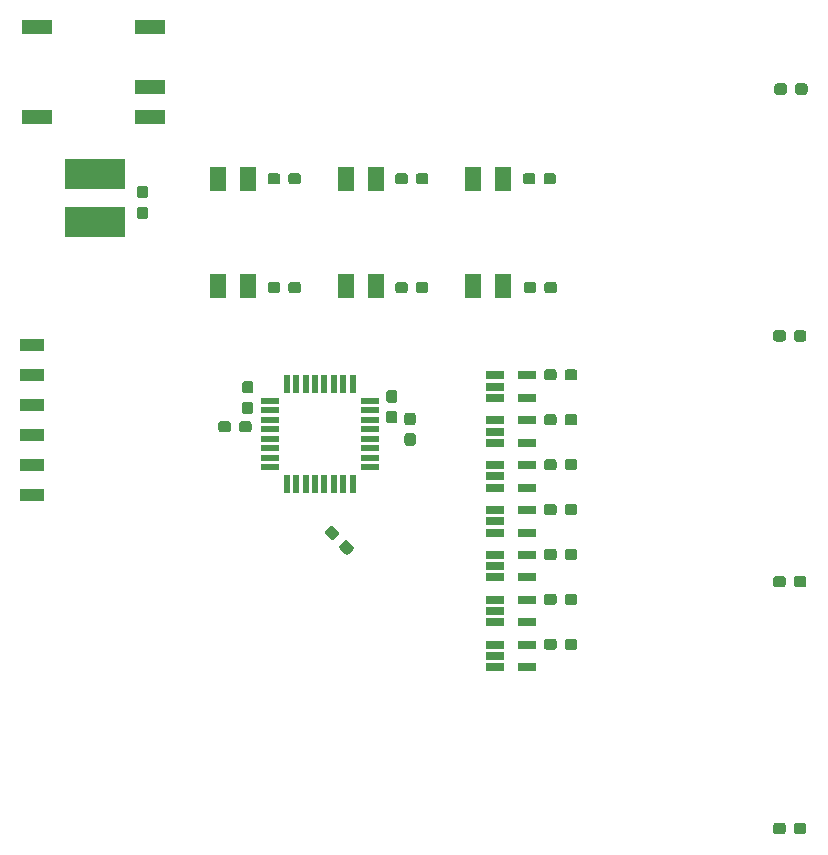
<source format=gtp>
%TF.GenerationSoftware,KiCad,Pcbnew,(5.1.5)-2*%
%TF.CreationDate,2019-12-28T19:20:09-08:00*%
%TF.ProjectId,20191222_Projects_Mainboard_A0,32303139-3132-4323-925f-50726f6a6563,A3*%
%TF.SameCoordinates,PX2191c00PY7534e20*%
%TF.FileFunction,Paste,Top*%
%TF.FilePolarity,Positive*%
%FSLAX46Y46*%
G04 Gerber Fmt 4.6, Leading zero omitted, Abs format (unit mm)*
G04 Created by KiCad (PCBNEW (5.1.5)-2) date 2019-12-28 19:20:09*
%MOMM*%
%LPD*%
G04 APERTURE LIST*
%ADD10R,2.000000X1.000000*%
%ADD11C,0.100000*%
%ADD12R,5.080000X2.540000*%
%ADD13R,1.440000X2.090000*%
%ADD14R,1.560000X0.650000*%
%ADD15R,1.600000X0.550000*%
%ADD16R,0.550000X1.600000*%
%ADD17R,2.540000X1.270000*%
G04 APERTURE END LIST*
D10*
X1200000Y38250000D03*
X1200000Y35710000D03*
X1200000Y33170000D03*
X1200000Y30630000D03*
X1200000Y28090000D03*
X1200000Y25550000D03*
D11*
G36*
X10860779Y49948856D02*
G01*
X10883834Y49945437D01*
X10906443Y49939773D01*
X10928387Y49931921D01*
X10949457Y49921956D01*
X10969448Y49909974D01*
X10988168Y49896090D01*
X11005438Y49880438D01*
X11021090Y49863168D01*
X11034974Y49844448D01*
X11046956Y49824457D01*
X11056921Y49803387D01*
X11064773Y49781443D01*
X11070437Y49758834D01*
X11073856Y49735779D01*
X11075000Y49712500D01*
X11075000Y49137500D01*
X11073856Y49114221D01*
X11070437Y49091166D01*
X11064773Y49068557D01*
X11056921Y49046613D01*
X11046956Y49025543D01*
X11034974Y49005552D01*
X11021090Y48986832D01*
X11005438Y48969562D01*
X10988168Y48953910D01*
X10969448Y48940026D01*
X10949457Y48928044D01*
X10928387Y48918079D01*
X10906443Y48910227D01*
X10883834Y48904563D01*
X10860779Y48901144D01*
X10837500Y48900000D01*
X10362500Y48900000D01*
X10339221Y48901144D01*
X10316166Y48904563D01*
X10293557Y48910227D01*
X10271613Y48918079D01*
X10250543Y48928044D01*
X10230552Y48940026D01*
X10211832Y48953910D01*
X10194562Y48969562D01*
X10178910Y48986832D01*
X10165026Y49005552D01*
X10153044Y49025543D01*
X10143079Y49046613D01*
X10135227Y49068557D01*
X10129563Y49091166D01*
X10126144Y49114221D01*
X10125000Y49137500D01*
X10125000Y49712500D01*
X10126144Y49735779D01*
X10129563Y49758834D01*
X10135227Y49781443D01*
X10143079Y49803387D01*
X10153044Y49824457D01*
X10165026Y49844448D01*
X10178910Y49863168D01*
X10194562Y49880438D01*
X10211832Y49896090D01*
X10230552Y49909974D01*
X10250543Y49921956D01*
X10271613Y49931921D01*
X10293557Y49939773D01*
X10316166Y49945437D01*
X10339221Y49948856D01*
X10362500Y49950000D01*
X10837500Y49950000D01*
X10860779Y49948856D01*
G37*
G36*
X10860779Y51698856D02*
G01*
X10883834Y51695437D01*
X10906443Y51689773D01*
X10928387Y51681921D01*
X10949457Y51671956D01*
X10969448Y51659974D01*
X10988168Y51646090D01*
X11005438Y51630438D01*
X11021090Y51613168D01*
X11034974Y51594448D01*
X11046956Y51574457D01*
X11056921Y51553387D01*
X11064773Y51531443D01*
X11070437Y51508834D01*
X11073856Y51485779D01*
X11075000Y51462500D01*
X11075000Y50887500D01*
X11073856Y50864221D01*
X11070437Y50841166D01*
X11064773Y50818557D01*
X11056921Y50796613D01*
X11046956Y50775543D01*
X11034974Y50755552D01*
X11021090Y50736832D01*
X11005438Y50719562D01*
X10988168Y50703910D01*
X10969448Y50690026D01*
X10949457Y50678044D01*
X10928387Y50668079D01*
X10906443Y50660227D01*
X10883834Y50654563D01*
X10860779Y50651144D01*
X10837500Y50650000D01*
X10362500Y50650000D01*
X10339221Y50651144D01*
X10316166Y50654563D01*
X10293557Y50660227D01*
X10271613Y50668079D01*
X10250543Y50678044D01*
X10230552Y50690026D01*
X10211832Y50703910D01*
X10194562Y50719562D01*
X10178910Y50736832D01*
X10165026Y50755552D01*
X10153044Y50775543D01*
X10143079Y50796613D01*
X10135227Y50818557D01*
X10129563Y50841166D01*
X10126144Y50864221D01*
X10125000Y50887500D01*
X10125000Y51462500D01*
X10126144Y51485779D01*
X10129563Y51508834D01*
X10135227Y51531443D01*
X10143079Y51553387D01*
X10153044Y51574457D01*
X10165026Y51594448D01*
X10178910Y51613168D01*
X10194562Y51630438D01*
X10211832Y51646090D01*
X10230552Y51659974D01*
X10250543Y51671956D01*
X10271613Y51681921D01*
X10293557Y51689773D01*
X10316166Y51695437D01*
X10339221Y51698856D01*
X10362500Y51700000D01*
X10837500Y51700000D01*
X10860779Y51698856D01*
G37*
G36*
X47185779Y17173856D02*
G01*
X47208834Y17170437D01*
X47231443Y17164773D01*
X47253387Y17156921D01*
X47274457Y17146956D01*
X47294448Y17134974D01*
X47313168Y17121090D01*
X47330438Y17105438D01*
X47346090Y17088168D01*
X47359974Y17069448D01*
X47371956Y17049457D01*
X47381921Y17028387D01*
X47389773Y17006443D01*
X47395437Y16983834D01*
X47398856Y16960779D01*
X47400000Y16937500D01*
X47400000Y16462500D01*
X47398856Y16439221D01*
X47395437Y16416166D01*
X47389773Y16393557D01*
X47381921Y16371613D01*
X47371956Y16350543D01*
X47359974Y16330552D01*
X47346090Y16311832D01*
X47330438Y16294562D01*
X47313168Y16278910D01*
X47294448Y16265026D01*
X47274457Y16253044D01*
X47253387Y16243079D01*
X47231443Y16235227D01*
X47208834Y16229563D01*
X47185779Y16226144D01*
X47162500Y16225000D01*
X46587500Y16225000D01*
X46564221Y16226144D01*
X46541166Y16229563D01*
X46518557Y16235227D01*
X46496613Y16243079D01*
X46475543Y16253044D01*
X46455552Y16265026D01*
X46436832Y16278910D01*
X46419562Y16294562D01*
X46403910Y16311832D01*
X46390026Y16330552D01*
X46378044Y16350543D01*
X46368079Y16371613D01*
X46360227Y16393557D01*
X46354563Y16416166D01*
X46351144Y16439221D01*
X46350000Y16462500D01*
X46350000Y16937500D01*
X46351144Y16960779D01*
X46354563Y16983834D01*
X46360227Y17006443D01*
X46368079Y17028387D01*
X46378044Y17049457D01*
X46390026Y17069448D01*
X46403910Y17088168D01*
X46419562Y17105438D01*
X46436832Y17121090D01*
X46455552Y17134974D01*
X46475543Y17146956D01*
X46496613Y17156921D01*
X46518557Y17164773D01*
X46541166Y17170437D01*
X46564221Y17173856D01*
X46587500Y17175000D01*
X47162500Y17175000D01*
X47185779Y17173856D01*
G37*
G36*
X45435779Y17173856D02*
G01*
X45458834Y17170437D01*
X45481443Y17164773D01*
X45503387Y17156921D01*
X45524457Y17146956D01*
X45544448Y17134974D01*
X45563168Y17121090D01*
X45580438Y17105438D01*
X45596090Y17088168D01*
X45609974Y17069448D01*
X45621956Y17049457D01*
X45631921Y17028387D01*
X45639773Y17006443D01*
X45645437Y16983834D01*
X45648856Y16960779D01*
X45650000Y16937500D01*
X45650000Y16462500D01*
X45648856Y16439221D01*
X45645437Y16416166D01*
X45639773Y16393557D01*
X45631921Y16371613D01*
X45621956Y16350543D01*
X45609974Y16330552D01*
X45596090Y16311832D01*
X45580438Y16294562D01*
X45563168Y16278910D01*
X45544448Y16265026D01*
X45524457Y16253044D01*
X45503387Y16243079D01*
X45481443Y16235227D01*
X45458834Y16229563D01*
X45435779Y16226144D01*
X45412500Y16225000D01*
X44837500Y16225000D01*
X44814221Y16226144D01*
X44791166Y16229563D01*
X44768557Y16235227D01*
X44746613Y16243079D01*
X44725543Y16253044D01*
X44705552Y16265026D01*
X44686832Y16278910D01*
X44669562Y16294562D01*
X44653910Y16311832D01*
X44640026Y16330552D01*
X44628044Y16350543D01*
X44618079Y16371613D01*
X44610227Y16393557D01*
X44604563Y16416166D01*
X44601144Y16439221D01*
X44600000Y16462500D01*
X44600000Y16937500D01*
X44601144Y16960779D01*
X44604563Y16983834D01*
X44610227Y17006443D01*
X44618079Y17028387D01*
X44628044Y17049457D01*
X44640026Y17069448D01*
X44653910Y17088168D01*
X44669562Y17105438D01*
X44686832Y17121090D01*
X44705552Y17134974D01*
X44725543Y17146956D01*
X44746613Y17156921D01*
X44768557Y17164773D01*
X44791166Y17170437D01*
X44814221Y17173856D01*
X44837500Y17175000D01*
X45412500Y17175000D01*
X45435779Y17173856D01*
G37*
G36*
X47185779Y20973856D02*
G01*
X47208834Y20970437D01*
X47231443Y20964773D01*
X47253387Y20956921D01*
X47274457Y20946956D01*
X47294448Y20934974D01*
X47313168Y20921090D01*
X47330438Y20905438D01*
X47346090Y20888168D01*
X47359974Y20869448D01*
X47371956Y20849457D01*
X47381921Y20828387D01*
X47389773Y20806443D01*
X47395437Y20783834D01*
X47398856Y20760779D01*
X47400000Y20737500D01*
X47400000Y20262500D01*
X47398856Y20239221D01*
X47395437Y20216166D01*
X47389773Y20193557D01*
X47381921Y20171613D01*
X47371956Y20150543D01*
X47359974Y20130552D01*
X47346090Y20111832D01*
X47330438Y20094562D01*
X47313168Y20078910D01*
X47294448Y20065026D01*
X47274457Y20053044D01*
X47253387Y20043079D01*
X47231443Y20035227D01*
X47208834Y20029563D01*
X47185779Y20026144D01*
X47162500Y20025000D01*
X46587500Y20025000D01*
X46564221Y20026144D01*
X46541166Y20029563D01*
X46518557Y20035227D01*
X46496613Y20043079D01*
X46475543Y20053044D01*
X46455552Y20065026D01*
X46436832Y20078910D01*
X46419562Y20094562D01*
X46403910Y20111832D01*
X46390026Y20130552D01*
X46378044Y20150543D01*
X46368079Y20171613D01*
X46360227Y20193557D01*
X46354563Y20216166D01*
X46351144Y20239221D01*
X46350000Y20262500D01*
X46350000Y20737500D01*
X46351144Y20760779D01*
X46354563Y20783834D01*
X46360227Y20806443D01*
X46368079Y20828387D01*
X46378044Y20849457D01*
X46390026Y20869448D01*
X46403910Y20888168D01*
X46419562Y20905438D01*
X46436832Y20921090D01*
X46455552Y20934974D01*
X46475543Y20946956D01*
X46496613Y20956921D01*
X46518557Y20964773D01*
X46541166Y20970437D01*
X46564221Y20973856D01*
X46587500Y20975000D01*
X47162500Y20975000D01*
X47185779Y20973856D01*
G37*
G36*
X45435779Y20973856D02*
G01*
X45458834Y20970437D01*
X45481443Y20964773D01*
X45503387Y20956921D01*
X45524457Y20946956D01*
X45544448Y20934974D01*
X45563168Y20921090D01*
X45580438Y20905438D01*
X45596090Y20888168D01*
X45609974Y20869448D01*
X45621956Y20849457D01*
X45631921Y20828387D01*
X45639773Y20806443D01*
X45645437Y20783834D01*
X45648856Y20760779D01*
X45650000Y20737500D01*
X45650000Y20262500D01*
X45648856Y20239221D01*
X45645437Y20216166D01*
X45639773Y20193557D01*
X45631921Y20171613D01*
X45621956Y20150543D01*
X45609974Y20130552D01*
X45596090Y20111832D01*
X45580438Y20094562D01*
X45563168Y20078910D01*
X45544448Y20065026D01*
X45524457Y20053044D01*
X45503387Y20043079D01*
X45481443Y20035227D01*
X45458834Y20029563D01*
X45435779Y20026144D01*
X45412500Y20025000D01*
X44837500Y20025000D01*
X44814221Y20026144D01*
X44791166Y20029563D01*
X44768557Y20035227D01*
X44746613Y20043079D01*
X44725543Y20053044D01*
X44705552Y20065026D01*
X44686832Y20078910D01*
X44669562Y20094562D01*
X44653910Y20111832D01*
X44640026Y20130552D01*
X44628044Y20150543D01*
X44618079Y20171613D01*
X44610227Y20193557D01*
X44604563Y20216166D01*
X44601144Y20239221D01*
X44600000Y20262500D01*
X44600000Y20737500D01*
X44601144Y20760779D01*
X44604563Y20783834D01*
X44610227Y20806443D01*
X44618079Y20828387D01*
X44628044Y20849457D01*
X44640026Y20869448D01*
X44653910Y20888168D01*
X44669562Y20905438D01*
X44686832Y20921090D01*
X44705552Y20934974D01*
X44725543Y20946956D01*
X44746613Y20956921D01*
X44768557Y20964773D01*
X44791166Y20970437D01*
X44814221Y20973856D01*
X44837500Y20975000D01*
X45412500Y20975000D01*
X45435779Y20973856D01*
G37*
G36*
X45435779Y24773856D02*
G01*
X45458834Y24770437D01*
X45481443Y24764773D01*
X45503387Y24756921D01*
X45524457Y24746956D01*
X45544448Y24734974D01*
X45563168Y24721090D01*
X45580438Y24705438D01*
X45596090Y24688168D01*
X45609974Y24669448D01*
X45621956Y24649457D01*
X45631921Y24628387D01*
X45639773Y24606443D01*
X45645437Y24583834D01*
X45648856Y24560779D01*
X45650000Y24537500D01*
X45650000Y24062500D01*
X45648856Y24039221D01*
X45645437Y24016166D01*
X45639773Y23993557D01*
X45631921Y23971613D01*
X45621956Y23950543D01*
X45609974Y23930552D01*
X45596090Y23911832D01*
X45580438Y23894562D01*
X45563168Y23878910D01*
X45544448Y23865026D01*
X45524457Y23853044D01*
X45503387Y23843079D01*
X45481443Y23835227D01*
X45458834Y23829563D01*
X45435779Y23826144D01*
X45412500Y23825000D01*
X44837500Y23825000D01*
X44814221Y23826144D01*
X44791166Y23829563D01*
X44768557Y23835227D01*
X44746613Y23843079D01*
X44725543Y23853044D01*
X44705552Y23865026D01*
X44686832Y23878910D01*
X44669562Y23894562D01*
X44653910Y23911832D01*
X44640026Y23930552D01*
X44628044Y23950543D01*
X44618079Y23971613D01*
X44610227Y23993557D01*
X44604563Y24016166D01*
X44601144Y24039221D01*
X44600000Y24062500D01*
X44600000Y24537500D01*
X44601144Y24560779D01*
X44604563Y24583834D01*
X44610227Y24606443D01*
X44618079Y24628387D01*
X44628044Y24649457D01*
X44640026Y24669448D01*
X44653910Y24688168D01*
X44669562Y24705438D01*
X44686832Y24721090D01*
X44705552Y24734974D01*
X44725543Y24746956D01*
X44746613Y24756921D01*
X44768557Y24764773D01*
X44791166Y24770437D01*
X44814221Y24773856D01*
X44837500Y24775000D01*
X45412500Y24775000D01*
X45435779Y24773856D01*
G37*
G36*
X47185779Y24773856D02*
G01*
X47208834Y24770437D01*
X47231443Y24764773D01*
X47253387Y24756921D01*
X47274457Y24746956D01*
X47294448Y24734974D01*
X47313168Y24721090D01*
X47330438Y24705438D01*
X47346090Y24688168D01*
X47359974Y24669448D01*
X47371956Y24649457D01*
X47381921Y24628387D01*
X47389773Y24606443D01*
X47395437Y24583834D01*
X47398856Y24560779D01*
X47400000Y24537500D01*
X47400000Y24062500D01*
X47398856Y24039221D01*
X47395437Y24016166D01*
X47389773Y23993557D01*
X47381921Y23971613D01*
X47371956Y23950543D01*
X47359974Y23930552D01*
X47346090Y23911832D01*
X47330438Y23894562D01*
X47313168Y23878910D01*
X47294448Y23865026D01*
X47274457Y23853044D01*
X47253387Y23843079D01*
X47231443Y23835227D01*
X47208834Y23829563D01*
X47185779Y23826144D01*
X47162500Y23825000D01*
X46587500Y23825000D01*
X46564221Y23826144D01*
X46541166Y23829563D01*
X46518557Y23835227D01*
X46496613Y23843079D01*
X46475543Y23853044D01*
X46455552Y23865026D01*
X46436832Y23878910D01*
X46419562Y23894562D01*
X46403910Y23911832D01*
X46390026Y23930552D01*
X46378044Y23950543D01*
X46368079Y23971613D01*
X46360227Y23993557D01*
X46354563Y24016166D01*
X46351144Y24039221D01*
X46350000Y24062500D01*
X46350000Y24537500D01*
X46351144Y24560779D01*
X46354563Y24583834D01*
X46360227Y24606443D01*
X46368079Y24628387D01*
X46378044Y24649457D01*
X46390026Y24669448D01*
X46403910Y24688168D01*
X46419562Y24705438D01*
X46436832Y24721090D01*
X46455552Y24734974D01*
X46475543Y24746956D01*
X46496613Y24756921D01*
X46518557Y24764773D01*
X46541166Y24770437D01*
X46564221Y24773856D01*
X46587500Y24775000D01*
X47162500Y24775000D01*
X47185779Y24773856D01*
G37*
G36*
X45435779Y13373856D02*
G01*
X45458834Y13370437D01*
X45481443Y13364773D01*
X45503387Y13356921D01*
X45524457Y13346956D01*
X45544448Y13334974D01*
X45563168Y13321090D01*
X45580438Y13305438D01*
X45596090Y13288168D01*
X45609974Y13269448D01*
X45621956Y13249457D01*
X45631921Y13228387D01*
X45639773Y13206443D01*
X45645437Y13183834D01*
X45648856Y13160779D01*
X45650000Y13137500D01*
X45650000Y12662500D01*
X45648856Y12639221D01*
X45645437Y12616166D01*
X45639773Y12593557D01*
X45631921Y12571613D01*
X45621956Y12550543D01*
X45609974Y12530552D01*
X45596090Y12511832D01*
X45580438Y12494562D01*
X45563168Y12478910D01*
X45544448Y12465026D01*
X45524457Y12453044D01*
X45503387Y12443079D01*
X45481443Y12435227D01*
X45458834Y12429563D01*
X45435779Y12426144D01*
X45412500Y12425000D01*
X44837500Y12425000D01*
X44814221Y12426144D01*
X44791166Y12429563D01*
X44768557Y12435227D01*
X44746613Y12443079D01*
X44725543Y12453044D01*
X44705552Y12465026D01*
X44686832Y12478910D01*
X44669562Y12494562D01*
X44653910Y12511832D01*
X44640026Y12530552D01*
X44628044Y12550543D01*
X44618079Y12571613D01*
X44610227Y12593557D01*
X44604563Y12616166D01*
X44601144Y12639221D01*
X44600000Y12662500D01*
X44600000Y13137500D01*
X44601144Y13160779D01*
X44604563Y13183834D01*
X44610227Y13206443D01*
X44618079Y13228387D01*
X44628044Y13249457D01*
X44640026Y13269448D01*
X44653910Y13288168D01*
X44669562Y13305438D01*
X44686832Y13321090D01*
X44705552Y13334974D01*
X44725543Y13346956D01*
X44746613Y13356921D01*
X44768557Y13364773D01*
X44791166Y13370437D01*
X44814221Y13373856D01*
X44837500Y13375000D01*
X45412500Y13375000D01*
X45435779Y13373856D01*
G37*
G36*
X47185779Y13373856D02*
G01*
X47208834Y13370437D01*
X47231443Y13364773D01*
X47253387Y13356921D01*
X47274457Y13346956D01*
X47294448Y13334974D01*
X47313168Y13321090D01*
X47330438Y13305438D01*
X47346090Y13288168D01*
X47359974Y13269448D01*
X47371956Y13249457D01*
X47381921Y13228387D01*
X47389773Y13206443D01*
X47395437Y13183834D01*
X47398856Y13160779D01*
X47400000Y13137500D01*
X47400000Y12662500D01*
X47398856Y12639221D01*
X47395437Y12616166D01*
X47389773Y12593557D01*
X47381921Y12571613D01*
X47371956Y12550543D01*
X47359974Y12530552D01*
X47346090Y12511832D01*
X47330438Y12494562D01*
X47313168Y12478910D01*
X47294448Y12465026D01*
X47274457Y12453044D01*
X47253387Y12443079D01*
X47231443Y12435227D01*
X47208834Y12429563D01*
X47185779Y12426144D01*
X47162500Y12425000D01*
X46587500Y12425000D01*
X46564221Y12426144D01*
X46541166Y12429563D01*
X46518557Y12435227D01*
X46496613Y12443079D01*
X46475543Y12453044D01*
X46455552Y12465026D01*
X46436832Y12478910D01*
X46419562Y12494562D01*
X46403910Y12511832D01*
X46390026Y12530552D01*
X46378044Y12550543D01*
X46368079Y12571613D01*
X46360227Y12593557D01*
X46354563Y12616166D01*
X46351144Y12639221D01*
X46350000Y12662500D01*
X46350000Y13137500D01*
X46351144Y13160779D01*
X46354563Y13183834D01*
X46360227Y13206443D01*
X46368079Y13228387D01*
X46378044Y13249457D01*
X46390026Y13269448D01*
X46403910Y13288168D01*
X46419562Y13305438D01*
X46436832Y13321090D01*
X46455552Y13334974D01*
X46475543Y13346956D01*
X46496613Y13356921D01*
X46518557Y13364773D01*
X46541166Y13370437D01*
X46564221Y13373856D01*
X46587500Y13375000D01*
X47162500Y13375000D01*
X47185779Y13373856D01*
G37*
G36*
X47185779Y28573856D02*
G01*
X47208834Y28570437D01*
X47231443Y28564773D01*
X47253387Y28556921D01*
X47274457Y28546956D01*
X47294448Y28534974D01*
X47313168Y28521090D01*
X47330438Y28505438D01*
X47346090Y28488168D01*
X47359974Y28469448D01*
X47371956Y28449457D01*
X47381921Y28428387D01*
X47389773Y28406443D01*
X47395437Y28383834D01*
X47398856Y28360779D01*
X47400000Y28337500D01*
X47400000Y27862500D01*
X47398856Y27839221D01*
X47395437Y27816166D01*
X47389773Y27793557D01*
X47381921Y27771613D01*
X47371956Y27750543D01*
X47359974Y27730552D01*
X47346090Y27711832D01*
X47330438Y27694562D01*
X47313168Y27678910D01*
X47294448Y27665026D01*
X47274457Y27653044D01*
X47253387Y27643079D01*
X47231443Y27635227D01*
X47208834Y27629563D01*
X47185779Y27626144D01*
X47162500Y27625000D01*
X46587500Y27625000D01*
X46564221Y27626144D01*
X46541166Y27629563D01*
X46518557Y27635227D01*
X46496613Y27643079D01*
X46475543Y27653044D01*
X46455552Y27665026D01*
X46436832Y27678910D01*
X46419562Y27694562D01*
X46403910Y27711832D01*
X46390026Y27730552D01*
X46378044Y27750543D01*
X46368079Y27771613D01*
X46360227Y27793557D01*
X46354563Y27816166D01*
X46351144Y27839221D01*
X46350000Y27862500D01*
X46350000Y28337500D01*
X46351144Y28360779D01*
X46354563Y28383834D01*
X46360227Y28406443D01*
X46368079Y28428387D01*
X46378044Y28449457D01*
X46390026Y28469448D01*
X46403910Y28488168D01*
X46419562Y28505438D01*
X46436832Y28521090D01*
X46455552Y28534974D01*
X46475543Y28546956D01*
X46496613Y28556921D01*
X46518557Y28564773D01*
X46541166Y28570437D01*
X46564221Y28573856D01*
X46587500Y28575000D01*
X47162500Y28575000D01*
X47185779Y28573856D01*
G37*
G36*
X45435779Y28573856D02*
G01*
X45458834Y28570437D01*
X45481443Y28564773D01*
X45503387Y28556921D01*
X45524457Y28546956D01*
X45544448Y28534974D01*
X45563168Y28521090D01*
X45580438Y28505438D01*
X45596090Y28488168D01*
X45609974Y28469448D01*
X45621956Y28449457D01*
X45631921Y28428387D01*
X45639773Y28406443D01*
X45645437Y28383834D01*
X45648856Y28360779D01*
X45650000Y28337500D01*
X45650000Y27862500D01*
X45648856Y27839221D01*
X45645437Y27816166D01*
X45639773Y27793557D01*
X45631921Y27771613D01*
X45621956Y27750543D01*
X45609974Y27730552D01*
X45596090Y27711832D01*
X45580438Y27694562D01*
X45563168Y27678910D01*
X45544448Y27665026D01*
X45524457Y27653044D01*
X45503387Y27643079D01*
X45481443Y27635227D01*
X45458834Y27629563D01*
X45435779Y27626144D01*
X45412500Y27625000D01*
X44837500Y27625000D01*
X44814221Y27626144D01*
X44791166Y27629563D01*
X44768557Y27635227D01*
X44746613Y27643079D01*
X44725543Y27653044D01*
X44705552Y27665026D01*
X44686832Y27678910D01*
X44669562Y27694562D01*
X44653910Y27711832D01*
X44640026Y27730552D01*
X44628044Y27750543D01*
X44618079Y27771613D01*
X44610227Y27793557D01*
X44604563Y27816166D01*
X44601144Y27839221D01*
X44600000Y27862500D01*
X44600000Y28337500D01*
X44601144Y28360779D01*
X44604563Y28383834D01*
X44610227Y28406443D01*
X44618079Y28428387D01*
X44628044Y28449457D01*
X44640026Y28469448D01*
X44653910Y28488168D01*
X44669562Y28505438D01*
X44686832Y28521090D01*
X44705552Y28534974D01*
X44725543Y28546956D01*
X44746613Y28556921D01*
X44768557Y28564773D01*
X44791166Y28570437D01*
X44814221Y28573856D01*
X44837500Y28575000D01*
X45412500Y28575000D01*
X45435779Y28573856D01*
G37*
G36*
X45435779Y32373856D02*
G01*
X45458834Y32370437D01*
X45481443Y32364773D01*
X45503387Y32356921D01*
X45524457Y32346956D01*
X45544448Y32334974D01*
X45563168Y32321090D01*
X45580438Y32305438D01*
X45596090Y32288168D01*
X45609974Y32269448D01*
X45621956Y32249457D01*
X45631921Y32228387D01*
X45639773Y32206443D01*
X45645437Y32183834D01*
X45648856Y32160779D01*
X45650000Y32137500D01*
X45650000Y31662500D01*
X45648856Y31639221D01*
X45645437Y31616166D01*
X45639773Y31593557D01*
X45631921Y31571613D01*
X45621956Y31550543D01*
X45609974Y31530552D01*
X45596090Y31511832D01*
X45580438Y31494562D01*
X45563168Y31478910D01*
X45544448Y31465026D01*
X45524457Y31453044D01*
X45503387Y31443079D01*
X45481443Y31435227D01*
X45458834Y31429563D01*
X45435779Y31426144D01*
X45412500Y31425000D01*
X44837500Y31425000D01*
X44814221Y31426144D01*
X44791166Y31429563D01*
X44768557Y31435227D01*
X44746613Y31443079D01*
X44725543Y31453044D01*
X44705552Y31465026D01*
X44686832Y31478910D01*
X44669562Y31494562D01*
X44653910Y31511832D01*
X44640026Y31530552D01*
X44628044Y31550543D01*
X44618079Y31571613D01*
X44610227Y31593557D01*
X44604563Y31616166D01*
X44601144Y31639221D01*
X44600000Y31662500D01*
X44600000Y32137500D01*
X44601144Y32160779D01*
X44604563Y32183834D01*
X44610227Y32206443D01*
X44618079Y32228387D01*
X44628044Y32249457D01*
X44640026Y32269448D01*
X44653910Y32288168D01*
X44669562Y32305438D01*
X44686832Y32321090D01*
X44705552Y32334974D01*
X44725543Y32346956D01*
X44746613Y32356921D01*
X44768557Y32364773D01*
X44791166Y32370437D01*
X44814221Y32373856D01*
X44837500Y32375000D01*
X45412500Y32375000D01*
X45435779Y32373856D01*
G37*
G36*
X47185779Y32373856D02*
G01*
X47208834Y32370437D01*
X47231443Y32364773D01*
X47253387Y32356921D01*
X47274457Y32346956D01*
X47294448Y32334974D01*
X47313168Y32321090D01*
X47330438Y32305438D01*
X47346090Y32288168D01*
X47359974Y32269448D01*
X47371956Y32249457D01*
X47381921Y32228387D01*
X47389773Y32206443D01*
X47395437Y32183834D01*
X47398856Y32160779D01*
X47400000Y32137500D01*
X47400000Y31662500D01*
X47398856Y31639221D01*
X47395437Y31616166D01*
X47389773Y31593557D01*
X47381921Y31571613D01*
X47371956Y31550543D01*
X47359974Y31530552D01*
X47346090Y31511832D01*
X47330438Y31494562D01*
X47313168Y31478910D01*
X47294448Y31465026D01*
X47274457Y31453044D01*
X47253387Y31443079D01*
X47231443Y31435227D01*
X47208834Y31429563D01*
X47185779Y31426144D01*
X47162500Y31425000D01*
X46587500Y31425000D01*
X46564221Y31426144D01*
X46541166Y31429563D01*
X46518557Y31435227D01*
X46496613Y31443079D01*
X46475543Y31453044D01*
X46455552Y31465026D01*
X46436832Y31478910D01*
X46419562Y31494562D01*
X46403910Y31511832D01*
X46390026Y31530552D01*
X46378044Y31550543D01*
X46368079Y31571613D01*
X46360227Y31593557D01*
X46354563Y31616166D01*
X46351144Y31639221D01*
X46350000Y31662500D01*
X46350000Y32137500D01*
X46351144Y32160779D01*
X46354563Y32183834D01*
X46360227Y32206443D01*
X46368079Y32228387D01*
X46378044Y32249457D01*
X46390026Y32269448D01*
X46403910Y32288168D01*
X46419562Y32305438D01*
X46436832Y32321090D01*
X46455552Y32334974D01*
X46475543Y32346956D01*
X46496613Y32356921D01*
X46518557Y32364773D01*
X46541166Y32370437D01*
X46564221Y32373856D01*
X46587500Y32375000D01*
X47162500Y32375000D01*
X47185779Y32373856D01*
G37*
G36*
X47185779Y36173856D02*
G01*
X47208834Y36170437D01*
X47231443Y36164773D01*
X47253387Y36156921D01*
X47274457Y36146956D01*
X47294448Y36134974D01*
X47313168Y36121090D01*
X47330438Y36105438D01*
X47346090Y36088168D01*
X47359974Y36069448D01*
X47371956Y36049457D01*
X47381921Y36028387D01*
X47389773Y36006443D01*
X47395437Y35983834D01*
X47398856Y35960779D01*
X47400000Y35937500D01*
X47400000Y35462500D01*
X47398856Y35439221D01*
X47395437Y35416166D01*
X47389773Y35393557D01*
X47381921Y35371613D01*
X47371956Y35350543D01*
X47359974Y35330552D01*
X47346090Y35311832D01*
X47330438Y35294562D01*
X47313168Y35278910D01*
X47294448Y35265026D01*
X47274457Y35253044D01*
X47253387Y35243079D01*
X47231443Y35235227D01*
X47208834Y35229563D01*
X47185779Y35226144D01*
X47162500Y35225000D01*
X46587500Y35225000D01*
X46564221Y35226144D01*
X46541166Y35229563D01*
X46518557Y35235227D01*
X46496613Y35243079D01*
X46475543Y35253044D01*
X46455552Y35265026D01*
X46436832Y35278910D01*
X46419562Y35294562D01*
X46403910Y35311832D01*
X46390026Y35330552D01*
X46378044Y35350543D01*
X46368079Y35371613D01*
X46360227Y35393557D01*
X46354563Y35416166D01*
X46351144Y35439221D01*
X46350000Y35462500D01*
X46350000Y35937500D01*
X46351144Y35960779D01*
X46354563Y35983834D01*
X46360227Y36006443D01*
X46368079Y36028387D01*
X46378044Y36049457D01*
X46390026Y36069448D01*
X46403910Y36088168D01*
X46419562Y36105438D01*
X46436832Y36121090D01*
X46455552Y36134974D01*
X46475543Y36146956D01*
X46496613Y36156921D01*
X46518557Y36164773D01*
X46541166Y36170437D01*
X46564221Y36173856D01*
X46587500Y36175000D01*
X47162500Y36175000D01*
X47185779Y36173856D01*
G37*
G36*
X45435779Y36173856D02*
G01*
X45458834Y36170437D01*
X45481443Y36164773D01*
X45503387Y36156921D01*
X45524457Y36146956D01*
X45544448Y36134974D01*
X45563168Y36121090D01*
X45580438Y36105438D01*
X45596090Y36088168D01*
X45609974Y36069448D01*
X45621956Y36049457D01*
X45631921Y36028387D01*
X45639773Y36006443D01*
X45645437Y35983834D01*
X45648856Y35960779D01*
X45650000Y35937500D01*
X45650000Y35462500D01*
X45648856Y35439221D01*
X45645437Y35416166D01*
X45639773Y35393557D01*
X45631921Y35371613D01*
X45621956Y35350543D01*
X45609974Y35330552D01*
X45596090Y35311832D01*
X45580438Y35294562D01*
X45563168Y35278910D01*
X45544448Y35265026D01*
X45524457Y35253044D01*
X45503387Y35243079D01*
X45481443Y35235227D01*
X45458834Y35229563D01*
X45435779Y35226144D01*
X45412500Y35225000D01*
X44837500Y35225000D01*
X44814221Y35226144D01*
X44791166Y35229563D01*
X44768557Y35235227D01*
X44746613Y35243079D01*
X44725543Y35253044D01*
X44705552Y35265026D01*
X44686832Y35278910D01*
X44669562Y35294562D01*
X44653910Y35311832D01*
X44640026Y35330552D01*
X44628044Y35350543D01*
X44618079Y35371613D01*
X44610227Y35393557D01*
X44604563Y35416166D01*
X44601144Y35439221D01*
X44600000Y35462500D01*
X44600000Y35937500D01*
X44601144Y35960779D01*
X44604563Y35983834D01*
X44610227Y36006443D01*
X44618079Y36028387D01*
X44628044Y36049457D01*
X44640026Y36069448D01*
X44653910Y36088168D01*
X44669562Y36105438D01*
X44686832Y36121090D01*
X44705552Y36134974D01*
X44725543Y36146956D01*
X44746613Y36156921D01*
X44768557Y36164773D01*
X44791166Y36170437D01*
X44814221Y36173856D01*
X44837500Y36175000D01*
X45412500Y36175000D01*
X45435779Y36173856D01*
G37*
D12*
X6600000Y48675000D03*
X6600000Y52725000D03*
D13*
X41140000Y52300000D03*
X38600000Y52300000D03*
X38600000Y43220000D03*
X41140000Y43220000D03*
X30340000Y52300000D03*
X27800000Y52300000D03*
X27800000Y43220000D03*
X30340000Y43220000D03*
X19540000Y43220000D03*
X17000000Y43220000D03*
X17000000Y52300000D03*
X19540000Y52300000D03*
D14*
X40450000Y16650000D03*
X40450000Y15700000D03*
X40450000Y14750000D03*
X43150000Y14750000D03*
X43150000Y16650000D03*
X40450000Y20450000D03*
X40450000Y19500000D03*
X40450000Y18550000D03*
X43150000Y18550000D03*
X43150000Y20450000D03*
X43150000Y24250000D03*
X43150000Y22350000D03*
X40450000Y22350000D03*
X40450000Y23300000D03*
X40450000Y24250000D03*
X40450000Y12850000D03*
X40450000Y11900000D03*
X40450000Y10950000D03*
X43150000Y10950000D03*
X43150000Y12850000D03*
X43150000Y28050000D03*
X43150000Y26150000D03*
X40450000Y26150000D03*
X40450000Y27100000D03*
X40450000Y28050000D03*
X40450000Y31850000D03*
X40450000Y30900000D03*
X40450000Y29950000D03*
X43150000Y29950000D03*
X43150000Y31850000D03*
X43150000Y35650000D03*
X43150000Y33750000D03*
X40450000Y33750000D03*
X40450000Y34700000D03*
X40450000Y35650000D03*
D11*
G36*
X26619206Y22926305D02*
G01*
X26642261Y22922886D01*
X26664870Y22917222D01*
X26686814Y22909370D01*
X26707884Y22899405D01*
X26727875Y22887423D01*
X26746595Y22873539D01*
X26763865Y22857887D01*
X27170451Y22451301D01*
X27186103Y22434031D01*
X27199987Y22415311D01*
X27211969Y22395320D01*
X27221934Y22374250D01*
X27229786Y22352306D01*
X27235450Y22329697D01*
X27238869Y22306642D01*
X27240013Y22283363D01*
X27238869Y22260084D01*
X27235450Y22237029D01*
X27229786Y22214420D01*
X27221934Y22192476D01*
X27211969Y22171406D01*
X27199987Y22151415D01*
X27186103Y22132695D01*
X27170451Y22115425D01*
X26834575Y21779549D01*
X26817305Y21763897D01*
X26798585Y21750013D01*
X26778594Y21738031D01*
X26757524Y21728066D01*
X26735580Y21720214D01*
X26712971Y21714550D01*
X26689916Y21711131D01*
X26666637Y21709987D01*
X26643358Y21711131D01*
X26620303Y21714550D01*
X26597694Y21720214D01*
X26575750Y21728066D01*
X26554680Y21738031D01*
X26534689Y21750013D01*
X26515969Y21763897D01*
X26498699Y21779549D01*
X26092113Y22186135D01*
X26076461Y22203405D01*
X26062577Y22222125D01*
X26050595Y22242116D01*
X26040630Y22263186D01*
X26032778Y22285130D01*
X26027114Y22307739D01*
X26023695Y22330794D01*
X26022551Y22354073D01*
X26023695Y22377352D01*
X26027114Y22400407D01*
X26032778Y22423016D01*
X26040630Y22444960D01*
X26050595Y22466030D01*
X26062577Y22486021D01*
X26076461Y22504741D01*
X26092113Y22522011D01*
X26427989Y22857887D01*
X26445259Y22873539D01*
X26463979Y22887423D01*
X26483970Y22899405D01*
X26505040Y22909370D01*
X26526984Y22917222D01*
X26549593Y22922886D01*
X26572648Y22926305D01*
X26595927Y22927449D01*
X26619206Y22926305D01*
G37*
G36*
X27856642Y21688869D02*
G01*
X27879697Y21685450D01*
X27902306Y21679786D01*
X27924250Y21671934D01*
X27945320Y21661969D01*
X27965311Y21649987D01*
X27984031Y21636103D01*
X28001301Y21620451D01*
X28407887Y21213865D01*
X28423539Y21196595D01*
X28437423Y21177875D01*
X28449405Y21157884D01*
X28459370Y21136814D01*
X28467222Y21114870D01*
X28472886Y21092261D01*
X28476305Y21069206D01*
X28477449Y21045927D01*
X28476305Y21022648D01*
X28472886Y20999593D01*
X28467222Y20976984D01*
X28459370Y20955040D01*
X28449405Y20933970D01*
X28437423Y20913979D01*
X28423539Y20895259D01*
X28407887Y20877989D01*
X28072011Y20542113D01*
X28054741Y20526461D01*
X28036021Y20512577D01*
X28016030Y20500595D01*
X27994960Y20490630D01*
X27973016Y20482778D01*
X27950407Y20477114D01*
X27927352Y20473695D01*
X27904073Y20472551D01*
X27880794Y20473695D01*
X27857739Y20477114D01*
X27835130Y20482778D01*
X27813186Y20490630D01*
X27792116Y20500595D01*
X27772125Y20512577D01*
X27753405Y20526461D01*
X27736135Y20542113D01*
X27329549Y20948699D01*
X27313897Y20965969D01*
X27300013Y20984689D01*
X27288031Y21004680D01*
X27278066Y21025750D01*
X27270214Y21047694D01*
X27264550Y21070303D01*
X27261131Y21093358D01*
X27259987Y21116637D01*
X27261131Y21139916D01*
X27264550Y21162971D01*
X27270214Y21185580D01*
X27278066Y21207524D01*
X27288031Y21228594D01*
X27300013Y21248585D01*
X27313897Y21267305D01*
X27329549Y21284575D01*
X27665425Y21620451D01*
X27682695Y21636103D01*
X27701415Y21649987D01*
X27721406Y21661969D01*
X27742476Y21671934D01*
X27764420Y21679786D01*
X27787029Y21685450D01*
X27810084Y21688869D01*
X27833363Y21690013D01*
X27856642Y21688869D01*
G37*
G36*
X43710779Y43573856D02*
G01*
X43733834Y43570437D01*
X43756443Y43564773D01*
X43778387Y43556921D01*
X43799457Y43546956D01*
X43819448Y43534974D01*
X43838168Y43521090D01*
X43855438Y43505438D01*
X43871090Y43488168D01*
X43884974Y43469448D01*
X43896956Y43449457D01*
X43906921Y43428387D01*
X43914773Y43406443D01*
X43920437Y43383834D01*
X43923856Y43360779D01*
X43925000Y43337500D01*
X43925000Y42862500D01*
X43923856Y42839221D01*
X43920437Y42816166D01*
X43914773Y42793557D01*
X43906921Y42771613D01*
X43896956Y42750543D01*
X43884974Y42730552D01*
X43871090Y42711832D01*
X43855438Y42694562D01*
X43838168Y42678910D01*
X43819448Y42665026D01*
X43799457Y42653044D01*
X43778387Y42643079D01*
X43756443Y42635227D01*
X43733834Y42629563D01*
X43710779Y42626144D01*
X43687500Y42625000D01*
X43112500Y42625000D01*
X43089221Y42626144D01*
X43066166Y42629563D01*
X43043557Y42635227D01*
X43021613Y42643079D01*
X43000543Y42653044D01*
X42980552Y42665026D01*
X42961832Y42678910D01*
X42944562Y42694562D01*
X42928910Y42711832D01*
X42915026Y42730552D01*
X42903044Y42750543D01*
X42893079Y42771613D01*
X42885227Y42793557D01*
X42879563Y42816166D01*
X42876144Y42839221D01*
X42875000Y42862500D01*
X42875000Y43337500D01*
X42876144Y43360779D01*
X42879563Y43383834D01*
X42885227Y43406443D01*
X42893079Y43428387D01*
X42903044Y43449457D01*
X42915026Y43469448D01*
X42928910Y43488168D01*
X42944562Y43505438D01*
X42961832Y43521090D01*
X42980552Y43534974D01*
X43000543Y43546956D01*
X43021613Y43556921D01*
X43043557Y43564773D01*
X43066166Y43570437D01*
X43089221Y43573856D01*
X43112500Y43575000D01*
X43687500Y43575000D01*
X43710779Y43573856D01*
G37*
G36*
X45460779Y43573856D02*
G01*
X45483834Y43570437D01*
X45506443Y43564773D01*
X45528387Y43556921D01*
X45549457Y43546956D01*
X45569448Y43534974D01*
X45588168Y43521090D01*
X45605438Y43505438D01*
X45621090Y43488168D01*
X45634974Y43469448D01*
X45646956Y43449457D01*
X45656921Y43428387D01*
X45664773Y43406443D01*
X45670437Y43383834D01*
X45673856Y43360779D01*
X45675000Y43337500D01*
X45675000Y42862500D01*
X45673856Y42839221D01*
X45670437Y42816166D01*
X45664773Y42793557D01*
X45656921Y42771613D01*
X45646956Y42750543D01*
X45634974Y42730552D01*
X45621090Y42711832D01*
X45605438Y42694562D01*
X45588168Y42678910D01*
X45569448Y42665026D01*
X45549457Y42653044D01*
X45528387Y42643079D01*
X45506443Y42635227D01*
X45483834Y42629563D01*
X45460779Y42626144D01*
X45437500Y42625000D01*
X44862500Y42625000D01*
X44839221Y42626144D01*
X44816166Y42629563D01*
X44793557Y42635227D01*
X44771613Y42643079D01*
X44750543Y42653044D01*
X44730552Y42665026D01*
X44711832Y42678910D01*
X44694562Y42694562D01*
X44678910Y42711832D01*
X44665026Y42730552D01*
X44653044Y42750543D01*
X44643079Y42771613D01*
X44635227Y42793557D01*
X44629563Y42816166D01*
X44626144Y42839221D01*
X44625000Y42862500D01*
X44625000Y43337500D01*
X44626144Y43360779D01*
X44629563Y43383834D01*
X44635227Y43406443D01*
X44643079Y43428387D01*
X44653044Y43449457D01*
X44665026Y43469448D01*
X44678910Y43488168D01*
X44694562Y43505438D01*
X44711832Y43521090D01*
X44730552Y43534974D01*
X44750543Y43546956D01*
X44771613Y43556921D01*
X44793557Y43564773D01*
X44816166Y43570437D01*
X44839221Y43573856D01*
X44862500Y43575000D01*
X45437500Y43575000D01*
X45460779Y43573856D01*
G37*
G36*
X32835779Y43573856D02*
G01*
X32858834Y43570437D01*
X32881443Y43564773D01*
X32903387Y43556921D01*
X32924457Y43546956D01*
X32944448Y43534974D01*
X32963168Y43521090D01*
X32980438Y43505438D01*
X32996090Y43488168D01*
X33009974Y43469448D01*
X33021956Y43449457D01*
X33031921Y43428387D01*
X33039773Y43406443D01*
X33045437Y43383834D01*
X33048856Y43360779D01*
X33050000Y43337500D01*
X33050000Y42862500D01*
X33048856Y42839221D01*
X33045437Y42816166D01*
X33039773Y42793557D01*
X33031921Y42771613D01*
X33021956Y42750543D01*
X33009974Y42730552D01*
X32996090Y42711832D01*
X32980438Y42694562D01*
X32963168Y42678910D01*
X32944448Y42665026D01*
X32924457Y42653044D01*
X32903387Y42643079D01*
X32881443Y42635227D01*
X32858834Y42629563D01*
X32835779Y42626144D01*
X32812500Y42625000D01*
X32237500Y42625000D01*
X32214221Y42626144D01*
X32191166Y42629563D01*
X32168557Y42635227D01*
X32146613Y42643079D01*
X32125543Y42653044D01*
X32105552Y42665026D01*
X32086832Y42678910D01*
X32069562Y42694562D01*
X32053910Y42711832D01*
X32040026Y42730552D01*
X32028044Y42750543D01*
X32018079Y42771613D01*
X32010227Y42793557D01*
X32004563Y42816166D01*
X32001144Y42839221D01*
X32000000Y42862500D01*
X32000000Y43337500D01*
X32001144Y43360779D01*
X32004563Y43383834D01*
X32010227Y43406443D01*
X32018079Y43428387D01*
X32028044Y43449457D01*
X32040026Y43469448D01*
X32053910Y43488168D01*
X32069562Y43505438D01*
X32086832Y43521090D01*
X32105552Y43534974D01*
X32125543Y43546956D01*
X32146613Y43556921D01*
X32168557Y43564773D01*
X32191166Y43570437D01*
X32214221Y43573856D01*
X32237500Y43575000D01*
X32812500Y43575000D01*
X32835779Y43573856D01*
G37*
G36*
X34585779Y43573856D02*
G01*
X34608834Y43570437D01*
X34631443Y43564773D01*
X34653387Y43556921D01*
X34674457Y43546956D01*
X34694448Y43534974D01*
X34713168Y43521090D01*
X34730438Y43505438D01*
X34746090Y43488168D01*
X34759974Y43469448D01*
X34771956Y43449457D01*
X34781921Y43428387D01*
X34789773Y43406443D01*
X34795437Y43383834D01*
X34798856Y43360779D01*
X34800000Y43337500D01*
X34800000Y42862500D01*
X34798856Y42839221D01*
X34795437Y42816166D01*
X34789773Y42793557D01*
X34781921Y42771613D01*
X34771956Y42750543D01*
X34759974Y42730552D01*
X34746090Y42711832D01*
X34730438Y42694562D01*
X34713168Y42678910D01*
X34694448Y42665026D01*
X34674457Y42653044D01*
X34653387Y42643079D01*
X34631443Y42635227D01*
X34608834Y42629563D01*
X34585779Y42626144D01*
X34562500Y42625000D01*
X33987500Y42625000D01*
X33964221Y42626144D01*
X33941166Y42629563D01*
X33918557Y42635227D01*
X33896613Y42643079D01*
X33875543Y42653044D01*
X33855552Y42665026D01*
X33836832Y42678910D01*
X33819562Y42694562D01*
X33803910Y42711832D01*
X33790026Y42730552D01*
X33778044Y42750543D01*
X33768079Y42771613D01*
X33760227Y42793557D01*
X33754563Y42816166D01*
X33751144Y42839221D01*
X33750000Y42862500D01*
X33750000Y43337500D01*
X33751144Y43360779D01*
X33754563Y43383834D01*
X33760227Y43406443D01*
X33768079Y43428387D01*
X33778044Y43449457D01*
X33790026Y43469448D01*
X33803910Y43488168D01*
X33819562Y43505438D01*
X33836832Y43521090D01*
X33855552Y43534974D01*
X33875543Y43546956D01*
X33896613Y43556921D01*
X33918557Y43564773D01*
X33941166Y43570437D01*
X33964221Y43573856D01*
X33987500Y43575000D01*
X34562500Y43575000D01*
X34585779Y43573856D01*
G37*
G36*
X23785779Y43573856D02*
G01*
X23808834Y43570437D01*
X23831443Y43564773D01*
X23853387Y43556921D01*
X23874457Y43546956D01*
X23894448Y43534974D01*
X23913168Y43521090D01*
X23930438Y43505438D01*
X23946090Y43488168D01*
X23959974Y43469448D01*
X23971956Y43449457D01*
X23981921Y43428387D01*
X23989773Y43406443D01*
X23995437Y43383834D01*
X23998856Y43360779D01*
X24000000Y43337500D01*
X24000000Y42862500D01*
X23998856Y42839221D01*
X23995437Y42816166D01*
X23989773Y42793557D01*
X23981921Y42771613D01*
X23971956Y42750543D01*
X23959974Y42730552D01*
X23946090Y42711832D01*
X23930438Y42694562D01*
X23913168Y42678910D01*
X23894448Y42665026D01*
X23874457Y42653044D01*
X23853387Y42643079D01*
X23831443Y42635227D01*
X23808834Y42629563D01*
X23785779Y42626144D01*
X23762500Y42625000D01*
X23187500Y42625000D01*
X23164221Y42626144D01*
X23141166Y42629563D01*
X23118557Y42635227D01*
X23096613Y42643079D01*
X23075543Y42653044D01*
X23055552Y42665026D01*
X23036832Y42678910D01*
X23019562Y42694562D01*
X23003910Y42711832D01*
X22990026Y42730552D01*
X22978044Y42750543D01*
X22968079Y42771613D01*
X22960227Y42793557D01*
X22954563Y42816166D01*
X22951144Y42839221D01*
X22950000Y42862500D01*
X22950000Y43337500D01*
X22951144Y43360779D01*
X22954563Y43383834D01*
X22960227Y43406443D01*
X22968079Y43428387D01*
X22978044Y43449457D01*
X22990026Y43469448D01*
X23003910Y43488168D01*
X23019562Y43505438D01*
X23036832Y43521090D01*
X23055552Y43534974D01*
X23075543Y43546956D01*
X23096613Y43556921D01*
X23118557Y43564773D01*
X23141166Y43570437D01*
X23164221Y43573856D01*
X23187500Y43575000D01*
X23762500Y43575000D01*
X23785779Y43573856D01*
G37*
G36*
X22035779Y43573856D02*
G01*
X22058834Y43570437D01*
X22081443Y43564773D01*
X22103387Y43556921D01*
X22124457Y43546956D01*
X22144448Y43534974D01*
X22163168Y43521090D01*
X22180438Y43505438D01*
X22196090Y43488168D01*
X22209974Y43469448D01*
X22221956Y43449457D01*
X22231921Y43428387D01*
X22239773Y43406443D01*
X22245437Y43383834D01*
X22248856Y43360779D01*
X22250000Y43337500D01*
X22250000Y42862500D01*
X22248856Y42839221D01*
X22245437Y42816166D01*
X22239773Y42793557D01*
X22231921Y42771613D01*
X22221956Y42750543D01*
X22209974Y42730552D01*
X22196090Y42711832D01*
X22180438Y42694562D01*
X22163168Y42678910D01*
X22144448Y42665026D01*
X22124457Y42653044D01*
X22103387Y42643079D01*
X22081443Y42635227D01*
X22058834Y42629563D01*
X22035779Y42626144D01*
X22012500Y42625000D01*
X21437500Y42625000D01*
X21414221Y42626144D01*
X21391166Y42629563D01*
X21368557Y42635227D01*
X21346613Y42643079D01*
X21325543Y42653044D01*
X21305552Y42665026D01*
X21286832Y42678910D01*
X21269562Y42694562D01*
X21253910Y42711832D01*
X21240026Y42730552D01*
X21228044Y42750543D01*
X21218079Y42771613D01*
X21210227Y42793557D01*
X21204563Y42816166D01*
X21201144Y42839221D01*
X21200000Y42862500D01*
X21200000Y43337500D01*
X21201144Y43360779D01*
X21204563Y43383834D01*
X21210227Y43406443D01*
X21218079Y43428387D01*
X21228044Y43449457D01*
X21240026Y43469448D01*
X21253910Y43488168D01*
X21269562Y43505438D01*
X21286832Y43521090D01*
X21305552Y43534974D01*
X21325543Y43546956D01*
X21346613Y43556921D01*
X21368557Y43564773D01*
X21391166Y43570437D01*
X21414221Y43573856D01*
X21437500Y43575000D01*
X22012500Y43575000D01*
X22035779Y43573856D01*
G37*
G36*
X45385779Y52773856D02*
G01*
X45408834Y52770437D01*
X45431443Y52764773D01*
X45453387Y52756921D01*
X45474457Y52746956D01*
X45494448Y52734974D01*
X45513168Y52721090D01*
X45530438Y52705438D01*
X45546090Y52688168D01*
X45559974Y52669448D01*
X45571956Y52649457D01*
X45581921Y52628387D01*
X45589773Y52606443D01*
X45595437Y52583834D01*
X45598856Y52560779D01*
X45600000Y52537500D01*
X45600000Y52062500D01*
X45598856Y52039221D01*
X45595437Y52016166D01*
X45589773Y51993557D01*
X45581921Y51971613D01*
X45571956Y51950543D01*
X45559974Y51930552D01*
X45546090Y51911832D01*
X45530438Y51894562D01*
X45513168Y51878910D01*
X45494448Y51865026D01*
X45474457Y51853044D01*
X45453387Y51843079D01*
X45431443Y51835227D01*
X45408834Y51829563D01*
X45385779Y51826144D01*
X45362500Y51825000D01*
X44787500Y51825000D01*
X44764221Y51826144D01*
X44741166Y51829563D01*
X44718557Y51835227D01*
X44696613Y51843079D01*
X44675543Y51853044D01*
X44655552Y51865026D01*
X44636832Y51878910D01*
X44619562Y51894562D01*
X44603910Y51911832D01*
X44590026Y51930552D01*
X44578044Y51950543D01*
X44568079Y51971613D01*
X44560227Y51993557D01*
X44554563Y52016166D01*
X44551144Y52039221D01*
X44550000Y52062500D01*
X44550000Y52537500D01*
X44551144Y52560779D01*
X44554563Y52583834D01*
X44560227Y52606443D01*
X44568079Y52628387D01*
X44578044Y52649457D01*
X44590026Y52669448D01*
X44603910Y52688168D01*
X44619562Y52705438D01*
X44636832Y52721090D01*
X44655552Y52734974D01*
X44675543Y52746956D01*
X44696613Y52756921D01*
X44718557Y52764773D01*
X44741166Y52770437D01*
X44764221Y52773856D01*
X44787500Y52775000D01*
X45362500Y52775000D01*
X45385779Y52773856D01*
G37*
G36*
X43635779Y52773856D02*
G01*
X43658834Y52770437D01*
X43681443Y52764773D01*
X43703387Y52756921D01*
X43724457Y52746956D01*
X43744448Y52734974D01*
X43763168Y52721090D01*
X43780438Y52705438D01*
X43796090Y52688168D01*
X43809974Y52669448D01*
X43821956Y52649457D01*
X43831921Y52628387D01*
X43839773Y52606443D01*
X43845437Y52583834D01*
X43848856Y52560779D01*
X43850000Y52537500D01*
X43850000Y52062500D01*
X43848856Y52039221D01*
X43845437Y52016166D01*
X43839773Y51993557D01*
X43831921Y51971613D01*
X43821956Y51950543D01*
X43809974Y51930552D01*
X43796090Y51911832D01*
X43780438Y51894562D01*
X43763168Y51878910D01*
X43744448Y51865026D01*
X43724457Y51853044D01*
X43703387Y51843079D01*
X43681443Y51835227D01*
X43658834Y51829563D01*
X43635779Y51826144D01*
X43612500Y51825000D01*
X43037500Y51825000D01*
X43014221Y51826144D01*
X42991166Y51829563D01*
X42968557Y51835227D01*
X42946613Y51843079D01*
X42925543Y51853044D01*
X42905552Y51865026D01*
X42886832Y51878910D01*
X42869562Y51894562D01*
X42853910Y51911832D01*
X42840026Y51930552D01*
X42828044Y51950543D01*
X42818079Y51971613D01*
X42810227Y51993557D01*
X42804563Y52016166D01*
X42801144Y52039221D01*
X42800000Y52062500D01*
X42800000Y52537500D01*
X42801144Y52560779D01*
X42804563Y52583834D01*
X42810227Y52606443D01*
X42818079Y52628387D01*
X42828044Y52649457D01*
X42840026Y52669448D01*
X42853910Y52688168D01*
X42869562Y52705438D01*
X42886832Y52721090D01*
X42905552Y52734974D01*
X42925543Y52746956D01*
X42946613Y52756921D01*
X42968557Y52764773D01*
X42991166Y52770437D01*
X43014221Y52773856D01*
X43037500Y52775000D01*
X43612500Y52775000D01*
X43635779Y52773856D01*
G37*
G36*
X32835779Y52773856D02*
G01*
X32858834Y52770437D01*
X32881443Y52764773D01*
X32903387Y52756921D01*
X32924457Y52746956D01*
X32944448Y52734974D01*
X32963168Y52721090D01*
X32980438Y52705438D01*
X32996090Y52688168D01*
X33009974Y52669448D01*
X33021956Y52649457D01*
X33031921Y52628387D01*
X33039773Y52606443D01*
X33045437Y52583834D01*
X33048856Y52560779D01*
X33050000Y52537500D01*
X33050000Y52062500D01*
X33048856Y52039221D01*
X33045437Y52016166D01*
X33039773Y51993557D01*
X33031921Y51971613D01*
X33021956Y51950543D01*
X33009974Y51930552D01*
X32996090Y51911832D01*
X32980438Y51894562D01*
X32963168Y51878910D01*
X32944448Y51865026D01*
X32924457Y51853044D01*
X32903387Y51843079D01*
X32881443Y51835227D01*
X32858834Y51829563D01*
X32835779Y51826144D01*
X32812500Y51825000D01*
X32237500Y51825000D01*
X32214221Y51826144D01*
X32191166Y51829563D01*
X32168557Y51835227D01*
X32146613Y51843079D01*
X32125543Y51853044D01*
X32105552Y51865026D01*
X32086832Y51878910D01*
X32069562Y51894562D01*
X32053910Y51911832D01*
X32040026Y51930552D01*
X32028044Y51950543D01*
X32018079Y51971613D01*
X32010227Y51993557D01*
X32004563Y52016166D01*
X32001144Y52039221D01*
X32000000Y52062500D01*
X32000000Y52537500D01*
X32001144Y52560779D01*
X32004563Y52583834D01*
X32010227Y52606443D01*
X32018079Y52628387D01*
X32028044Y52649457D01*
X32040026Y52669448D01*
X32053910Y52688168D01*
X32069562Y52705438D01*
X32086832Y52721090D01*
X32105552Y52734974D01*
X32125543Y52746956D01*
X32146613Y52756921D01*
X32168557Y52764773D01*
X32191166Y52770437D01*
X32214221Y52773856D01*
X32237500Y52775000D01*
X32812500Y52775000D01*
X32835779Y52773856D01*
G37*
G36*
X34585779Y52773856D02*
G01*
X34608834Y52770437D01*
X34631443Y52764773D01*
X34653387Y52756921D01*
X34674457Y52746956D01*
X34694448Y52734974D01*
X34713168Y52721090D01*
X34730438Y52705438D01*
X34746090Y52688168D01*
X34759974Y52669448D01*
X34771956Y52649457D01*
X34781921Y52628387D01*
X34789773Y52606443D01*
X34795437Y52583834D01*
X34798856Y52560779D01*
X34800000Y52537500D01*
X34800000Y52062500D01*
X34798856Y52039221D01*
X34795437Y52016166D01*
X34789773Y51993557D01*
X34781921Y51971613D01*
X34771956Y51950543D01*
X34759974Y51930552D01*
X34746090Y51911832D01*
X34730438Y51894562D01*
X34713168Y51878910D01*
X34694448Y51865026D01*
X34674457Y51853044D01*
X34653387Y51843079D01*
X34631443Y51835227D01*
X34608834Y51829563D01*
X34585779Y51826144D01*
X34562500Y51825000D01*
X33987500Y51825000D01*
X33964221Y51826144D01*
X33941166Y51829563D01*
X33918557Y51835227D01*
X33896613Y51843079D01*
X33875543Y51853044D01*
X33855552Y51865026D01*
X33836832Y51878910D01*
X33819562Y51894562D01*
X33803910Y51911832D01*
X33790026Y51930552D01*
X33778044Y51950543D01*
X33768079Y51971613D01*
X33760227Y51993557D01*
X33754563Y52016166D01*
X33751144Y52039221D01*
X33750000Y52062500D01*
X33750000Y52537500D01*
X33751144Y52560779D01*
X33754563Y52583834D01*
X33760227Y52606443D01*
X33768079Y52628387D01*
X33778044Y52649457D01*
X33790026Y52669448D01*
X33803910Y52688168D01*
X33819562Y52705438D01*
X33836832Y52721090D01*
X33855552Y52734974D01*
X33875543Y52746956D01*
X33896613Y52756921D01*
X33918557Y52764773D01*
X33941166Y52770437D01*
X33964221Y52773856D01*
X33987500Y52775000D01*
X34562500Y52775000D01*
X34585779Y52773856D01*
G37*
G36*
X22035779Y52773856D02*
G01*
X22058834Y52770437D01*
X22081443Y52764773D01*
X22103387Y52756921D01*
X22124457Y52746956D01*
X22144448Y52734974D01*
X22163168Y52721090D01*
X22180438Y52705438D01*
X22196090Y52688168D01*
X22209974Y52669448D01*
X22221956Y52649457D01*
X22231921Y52628387D01*
X22239773Y52606443D01*
X22245437Y52583834D01*
X22248856Y52560779D01*
X22250000Y52537500D01*
X22250000Y52062500D01*
X22248856Y52039221D01*
X22245437Y52016166D01*
X22239773Y51993557D01*
X22231921Y51971613D01*
X22221956Y51950543D01*
X22209974Y51930552D01*
X22196090Y51911832D01*
X22180438Y51894562D01*
X22163168Y51878910D01*
X22144448Y51865026D01*
X22124457Y51853044D01*
X22103387Y51843079D01*
X22081443Y51835227D01*
X22058834Y51829563D01*
X22035779Y51826144D01*
X22012500Y51825000D01*
X21437500Y51825000D01*
X21414221Y51826144D01*
X21391166Y51829563D01*
X21368557Y51835227D01*
X21346613Y51843079D01*
X21325543Y51853044D01*
X21305552Y51865026D01*
X21286832Y51878910D01*
X21269562Y51894562D01*
X21253910Y51911832D01*
X21240026Y51930552D01*
X21228044Y51950543D01*
X21218079Y51971613D01*
X21210227Y51993557D01*
X21204563Y52016166D01*
X21201144Y52039221D01*
X21200000Y52062500D01*
X21200000Y52537500D01*
X21201144Y52560779D01*
X21204563Y52583834D01*
X21210227Y52606443D01*
X21218079Y52628387D01*
X21228044Y52649457D01*
X21240026Y52669448D01*
X21253910Y52688168D01*
X21269562Y52705438D01*
X21286832Y52721090D01*
X21305552Y52734974D01*
X21325543Y52746956D01*
X21346613Y52756921D01*
X21368557Y52764773D01*
X21391166Y52770437D01*
X21414221Y52773856D01*
X21437500Y52775000D01*
X22012500Y52775000D01*
X22035779Y52773856D01*
G37*
G36*
X23785779Y52773856D02*
G01*
X23808834Y52770437D01*
X23831443Y52764773D01*
X23853387Y52756921D01*
X23874457Y52746956D01*
X23894448Y52734974D01*
X23913168Y52721090D01*
X23930438Y52705438D01*
X23946090Y52688168D01*
X23959974Y52669448D01*
X23971956Y52649457D01*
X23981921Y52628387D01*
X23989773Y52606443D01*
X23995437Y52583834D01*
X23998856Y52560779D01*
X24000000Y52537500D01*
X24000000Y52062500D01*
X23998856Y52039221D01*
X23995437Y52016166D01*
X23989773Y51993557D01*
X23981921Y51971613D01*
X23971956Y51950543D01*
X23959974Y51930552D01*
X23946090Y51911832D01*
X23930438Y51894562D01*
X23913168Y51878910D01*
X23894448Y51865026D01*
X23874457Y51853044D01*
X23853387Y51843079D01*
X23831443Y51835227D01*
X23808834Y51829563D01*
X23785779Y51826144D01*
X23762500Y51825000D01*
X23187500Y51825000D01*
X23164221Y51826144D01*
X23141166Y51829563D01*
X23118557Y51835227D01*
X23096613Y51843079D01*
X23075543Y51853044D01*
X23055552Y51865026D01*
X23036832Y51878910D01*
X23019562Y51894562D01*
X23003910Y51911832D01*
X22990026Y51930552D01*
X22978044Y51950543D01*
X22968079Y51971613D01*
X22960227Y51993557D01*
X22954563Y52016166D01*
X22951144Y52039221D01*
X22950000Y52062500D01*
X22950000Y52537500D01*
X22951144Y52560779D01*
X22954563Y52583834D01*
X22960227Y52606443D01*
X22968079Y52628387D01*
X22978044Y52649457D01*
X22990026Y52669448D01*
X23003910Y52688168D01*
X23019562Y52705438D01*
X23036832Y52721090D01*
X23055552Y52734974D01*
X23075543Y52746956D01*
X23096613Y52756921D01*
X23118557Y52764773D01*
X23141166Y52770437D01*
X23164221Y52773856D01*
X23187500Y52775000D01*
X23762500Y52775000D01*
X23785779Y52773856D01*
G37*
G36*
X66585779Y18673856D02*
G01*
X66608834Y18670437D01*
X66631443Y18664773D01*
X66653387Y18656921D01*
X66674457Y18646956D01*
X66694448Y18634974D01*
X66713168Y18621090D01*
X66730438Y18605438D01*
X66746090Y18588168D01*
X66759974Y18569448D01*
X66771956Y18549457D01*
X66781921Y18528387D01*
X66789773Y18506443D01*
X66795437Y18483834D01*
X66798856Y18460779D01*
X66800000Y18437500D01*
X66800000Y17962500D01*
X66798856Y17939221D01*
X66795437Y17916166D01*
X66789773Y17893557D01*
X66781921Y17871613D01*
X66771956Y17850543D01*
X66759974Y17830552D01*
X66746090Y17811832D01*
X66730438Y17794562D01*
X66713168Y17778910D01*
X66694448Y17765026D01*
X66674457Y17753044D01*
X66653387Y17743079D01*
X66631443Y17735227D01*
X66608834Y17729563D01*
X66585779Y17726144D01*
X66562500Y17725000D01*
X65987500Y17725000D01*
X65964221Y17726144D01*
X65941166Y17729563D01*
X65918557Y17735227D01*
X65896613Y17743079D01*
X65875543Y17753044D01*
X65855552Y17765026D01*
X65836832Y17778910D01*
X65819562Y17794562D01*
X65803910Y17811832D01*
X65790026Y17830552D01*
X65778044Y17850543D01*
X65768079Y17871613D01*
X65760227Y17893557D01*
X65754563Y17916166D01*
X65751144Y17939221D01*
X65750000Y17962500D01*
X65750000Y18437500D01*
X65751144Y18460779D01*
X65754563Y18483834D01*
X65760227Y18506443D01*
X65768079Y18528387D01*
X65778044Y18549457D01*
X65790026Y18569448D01*
X65803910Y18588168D01*
X65819562Y18605438D01*
X65836832Y18621090D01*
X65855552Y18634974D01*
X65875543Y18646956D01*
X65896613Y18656921D01*
X65918557Y18664773D01*
X65941166Y18670437D01*
X65964221Y18673856D01*
X65987500Y18675000D01*
X66562500Y18675000D01*
X66585779Y18673856D01*
G37*
G36*
X64835779Y18673856D02*
G01*
X64858834Y18670437D01*
X64881443Y18664773D01*
X64903387Y18656921D01*
X64924457Y18646956D01*
X64944448Y18634974D01*
X64963168Y18621090D01*
X64980438Y18605438D01*
X64996090Y18588168D01*
X65009974Y18569448D01*
X65021956Y18549457D01*
X65031921Y18528387D01*
X65039773Y18506443D01*
X65045437Y18483834D01*
X65048856Y18460779D01*
X65050000Y18437500D01*
X65050000Y17962500D01*
X65048856Y17939221D01*
X65045437Y17916166D01*
X65039773Y17893557D01*
X65031921Y17871613D01*
X65021956Y17850543D01*
X65009974Y17830552D01*
X64996090Y17811832D01*
X64980438Y17794562D01*
X64963168Y17778910D01*
X64944448Y17765026D01*
X64924457Y17753044D01*
X64903387Y17743079D01*
X64881443Y17735227D01*
X64858834Y17729563D01*
X64835779Y17726144D01*
X64812500Y17725000D01*
X64237500Y17725000D01*
X64214221Y17726144D01*
X64191166Y17729563D01*
X64168557Y17735227D01*
X64146613Y17743079D01*
X64125543Y17753044D01*
X64105552Y17765026D01*
X64086832Y17778910D01*
X64069562Y17794562D01*
X64053910Y17811832D01*
X64040026Y17830552D01*
X64028044Y17850543D01*
X64018079Y17871613D01*
X64010227Y17893557D01*
X64004563Y17916166D01*
X64001144Y17939221D01*
X64000000Y17962500D01*
X64000000Y18437500D01*
X64001144Y18460779D01*
X64004563Y18483834D01*
X64010227Y18506443D01*
X64018079Y18528387D01*
X64028044Y18549457D01*
X64040026Y18569448D01*
X64053910Y18588168D01*
X64069562Y18605438D01*
X64086832Y18621090D01*
X64105552Y18634974D01*
X64125543Y18646956D01*
X64146613Y18656921D01*
X64168557Y18664773D01*
X64191166Y18670437D01*
X64214221Y18673856D01*
X64237500Y18675000D01*
X64812500Y18675000D01*
X64835779Y18673856D01*
G37*
G36*
X66585779Y39473856D02*
G01*
X66608834Y39470437D01*
X66631443Y39464773D01*
X66653387Y39456921D01*
X66674457Y39446956D01*
X66694448Y39434974D01*
X66713168Y39421090D01*
X66730438Y39405438D01*
X66746090Y39388168D01*
X66759974Y39369448D01*
X66771956Y39349457D01*
X66781921Y39328387D01*
X66789773Y39306443D01*
X66795437Y39283834D01*
X66798856Y39260779D01*
X66800000Y39237500D01*
X66800000Y38762500D01*
X66798856Y38739221D01*
X66795437Y38716166D01*
X66789773Y38693557D01*
X66781921Y38671613D01*
X66771956Y38650543D01*
X66759974Y38630552D01*
X66746090Y38611832D01*
X66730438Y38594562D01*
X66713168Y38578910D01*
X66694448Y38565026D01*
X66674457Y38553044D01*
X66653387Y38543079D01*
X66631443Y38535227D01*
X66608834Y38529563D01*
X66585779Y38526144D01*
X66562500Y38525000D01*
X65987500Y38525000D01*
X65964221Y38526144D01*
X65941166Y38529563D01*
X65918557Y38535227D01*
X65896613Y38543079D01*
X65875543Y38553044D01*
X65855552Y38565026D01*
X65836832Y38578910D01*
X65819562Y38594562D01*
X65803910Y38611832D01*
X65790026Y38630552D01*
X65778044Y38650543D01*
X65768079Y38671613D01*
X65760227Y38693557D01*
X65754563Y38716166D01*
X65751144Y38739221D01*
X65750000Y38762500D01*
X65750000Y39237500D01*
X65751144Y39260779D01*
X65754563Y39283834D01*
X65760227Y39306443D01*
X65768079Y39328387D01*
X65778044Y39349457D01*
X65790026Y39369448D01*
X65803910Y39388168D01*
X65819562Y39405438D01*
X65836832Y39421090D01*
X65855552Y39434974D01*
X65875543Y39446956D01*
X65896613Y39456921D01*
X65918557Y39464773D01*
X65941166Y39470437D01*
X65964221Y39473856D01*
X65987500Y39475000D01*
X66562500Y39475000D01*
X66585779Y39473856D01*
G37*
G36*
X64835779Y39473856D02*
G01*
X64858834Y39470437D01*
X64881443Y39464773D01*
X64903387Y39456921D01*
X64924457Y39446956D01*
X64944448Y39434974D01*
X64963168Y39421090D01*
X64980438Y39405438D01*
X64996090Y39388168D01*
X65009974Y39369448D01*
X65021956Y39349457D01*
X65031921Y39328387D01*
X65039773Y39306443D01*
X65045437Y39283834D01*
X65048856Y39260779D01*
X65050000Y39237500D01*
X65050000Y38762500D01*
X65048856Y38739221D01*
X65045437Y38716166D01*
X65039773Y38693557D01*
X65031921Y38671613D01*
X65021956Y38650543D01*
X65009974Y38630552D01*
X64996090Y38611832D01*
X64980438Y38594562D01*
X64963168Y38578910D01*
X64944448Y38565026D01*
X64924457Y38553044D01*
X64903387Y38543079D01*
X64881443Y38535227D01*
X64858834Y38529563D01*
X64835779Y38526144D01*
X64812500Y38525000D01*
X64237500Y38525000D01*
X64214221Y38526144D01*
X64191166Y38529563D01*
X64168557Y38535227D01*
X64146613Y38543079D01*
X64125543Y38553044D01*
X64105552Y38565026D01*
X64086832Y38578910D01*
X64069562Y38594562D01*
X64053910Y38611832D01*
X64040026Y38630552D01*
X64028044Y38650543D01*
X64018079Y38671613D01*
X64010227Y38693557D01*
X64004563Y38716166D01*
X64001144Y38739221D01*
X64000000Y38762500D01*
X64000000Y39237500D01*
X64001144Y39260779D01*
X64004563Y39283834D01*
X64010227Y39306443D01*
X64018079Y39328387D01*
X64028044Y39349457D01*
X64040026Y39369448D01*
X64053910Y39388168D01*
X64069562Y39405438D01*
X64086832Y39421090D01*
X64105552Y39434974D01*
X64125543Y39446956D01*
X64146613Y39456921D01*
X64168557Y39464773D01*
X64191166Y39470437D01*
X64214221Y39473856D01*
X64237500Y39475000D01*
X64812500Y39475000D01*
X64835779Y39473856D01*
G37*
G36*
X64935779Y60373856D02*
G01*
X64958834Y60370437D01*
X64981443Y60364773D01*
X65003387Y60356921D01*
X65024457Y60346956D01*
X65044448Y60334974D01*
X65063168Y60321090D01*
X65080438Y60305438D01*
X65096090Y60288168D01*
X65109974Y60269448D01*
X65121956Y60249457D01*
X65131921Y60228387D01*
X65139773Y60206443D01*
X65145437Y60183834D01*
X65148856Y60160779D01*
X65150000Y60137500D01*
X65150000Y59662500D01*
X65148856Y59639221D01*
X65145437Y59616166D01*
X65139773Y59593557D01*
X65131921Y59571613D01*
X65121956Y59550543D01*
X65109974Y59530552D01*
X65096090Y59511832D01*
X65080438Y59494562D01*
X65063168Y59478910D01*
X65044448Y59465026D01*
X65024457Y59453044D01*
X65003387Y59443079D01*
X64981443Y59435227D01*
X64958834Y59429563D01*
X64935779Y59426144D01*
X64912500Y59425000D01*
X64337500Y59425000D01*
X64314221Y59426144D01*
X64291166Y59429563D01*
X64268557Y59435227D01*
X64246613Y59443079D01*
X64225543Y59453044D01*
X64205552Y59465026D01*
X64186832Y59478910D01*
X64169562Y59494562D01*
X64153910Y59511832D01*
X64140026Y59530552D01*
X64128044Y59550543D01*
X64118079Y59571613D01*
X64110227Y59593557D01*
X64104563Y59616166D01*
X64101144Y59639221D01*
X64100000Y59662500D01*
X64100000Y60137500D01*
X64101144Y60160779D01*
X64104563Y60183834D01*
X64110227Y60206443D01*
X64118079Y60228387D01*
X64128044Y60249457D01*
X64140026Y60269448D01*
X64153910Y60288168D01*
X64169562Y60305438D01*
X64186832Y60321090D01*
X64205552Y60334974D01*
X64225543Y60346956D01*
X64246613Y60356921D01*
X64268557Y60364773D01*
X64291166Y60370437D01*
X64314221Y60373856D01*
X64337500Y60375000D01*
X64912500Y60375000D01*
X64935779Y60373856D01*
G37*
G36*
X66685779Y60373856D02*
G01*
X66708834Y60370437D01*
X66731443Y60364773D01*
X66753387Y60356921D01*
X66774457Y60346956D01*
X66794448Y60334974D01*
X66813168Y60321090D01*
X66830438Y60305438D01*
X66846090Y60288168D01*
X66859974Y60269448D01*
X66871956Y60249457D01*
X66881921Y60228387D01*
X66889773Y60206443D01*
X66895437Y60183834D01*
X66898856Y60160779D01*
X66900000Y60137500D01*
X66900000Y59662500D01*
X66898856Y59639221D01*
X66895437Y59616166D01*
X66889773Y59593557D01*
X66881921Y59571613D01*
X66871956Y59550543D01*
X66859974Y59530552D01*
X66846090Y59511832D01*
X66830438Y59494562D01*
X66813168Y59478910D01*
X66794448Y59465026D01*
X66774457Y59453044D01*
X66753387Y59443079D01*
X66731443Y59435227D01*
X66708834Y59429563D01*
X66685779Y59426144D01*
X66662500Y59425000D01*
X66087500Y59425000D01*
X66064221Y59426144D01*
X66041166Y59429563D01*
X66018557Y59435227D01*
X65996613Y59443079D01*
X65975543Y59453044D01*
X65955552Y59465026D01*
X65936832Y59478910D01*
X65919562Y59494562D01*
X65903910Y59511832D01*
X65890026Y59530552D01*
X65878044Y59550543D01*
X65868079Y59571613D01*
X65860227Y59593557D01*
X65854563Y59616166D01*
X65851144Y59639221D01*
X65850000Y59662500D01*
X65850000Y60137500D01*
X65851144Y60160779D01*
X65854563Y60183834D01*
X65860227Y60206443D01*
X65868079Y60228387D01*
X65878044Y60249457D01*
X65890026Y60269448D01*
X65903910Y60288168D01*
X65919562Y60305438D01*
X65936832Y60321090D01*
X65955552Y60334974D01*
X65975543Y60346956D01*
X65996613Y60356921D01*
X66018557Y60364773D01*
X66041166Y60370437D01*
X66064221Y60373856D01*
X66087500Y60375000D01*
X66662500Y60375000D01*
X66685779Y60373856D01*
G37*
G36*
X64835779Y-2226144D02*
G01*
X64858834Y-2229563D01*
X64881443Y-2235227D01*
X64903387Y-2243079D01*
X64924457Y-2253044D01*
X64944448Y-2265026D01*
X64963168Y-2278910D01*
X64980438Y-2294562D01*
X64996090Y-2311832D01*
X65009974Y-2330552D01*
X65021956Y-2350543D01*
X65031921Y-2371613D01*
X65039773Y-2393557D01*
X65045437Y-2416166D01*
X65048856Y-2439221D01*
X65050000Y-2462500D01*
X65050000Y-2937500D01*
X65048856Y-2960779D01*
X65045437Y-2983834D01*
X65039773Y-3006443D01*
X65031921Y-3028387D01*
X65021956Y-3049457D01*
X65009974Y-3069448D01*
X64996090Y-3088168D01*
X64980438Y-3105438D01*
X64963168Y-3121090D01*
X64944448Y-3134974D01*
X64924457Y-3146956D01*
X64903387Y-3156921D01*
X64881443Y-3164773D01*
X64858834Y-3170437D01*
X64835779Y-3173856D01*
X64812500Y-3175000D01*
X64237500Y-3175000D01*
X64214221Y-3173856D01*
X64191166Y-3170437D01*
X64168557Y-3164773D01*
X64146613Y-3156921D01*
X64125543Y-3146956D01*
X64105552Y-3134974D01*
X64086832Y-3121090D01*
X64069562Y-3105438D01*
X64053910Y-3088168D01*
X64040026Y-3069448D01*
X64028044Y-3049457D01*
X64018079Y-3028387D01*
X64010227Y-3006443D01*
X64004563Y-2983834D01*
X64001144Y-2960779D01*
X64000000Y-2937500D01*
X64000000Y-2462500D01*
X64001144Y-2439221D01*
X64004563Y-2416166D01*
X64010227Y-2393557D01*
X64018079Y-2371613D01*
X64028044Y-2350543D01*
X64040026Y-2330552D01*
X64053910Y-2311832D01*
X64069562Y-2294562D01*
X64086832Y-2278910D01*
X64105552Y-2265026D01*
X64125543Y-2253044D01*
X64146613Y-2243079D01*
X64168557Y-2235227D01*
X64191166Y-2229563D01*
X64214221Y-2226144D01*
X64237500Y-2225000D01*
X64812500Y-2225000D01*
X64835779Y-2226144D01*
G37*
G36*
X66585779Y-2226144D02*
G01*
X66608834Y-2229563D01*
X66631443Y-2235227D01*
X66653387Y-2243079D01*
X66674457Y-2253044D01*
X66694448Y-2265026D01*
X66713168Y-2278910D01*
X66730438Y-2294562D01*
X66746090Y-2311832D01*
X66759974Y-2330552D01*
X66771956Y-2350543D01*
X66781921Y-2371613D01*
X66789773Y-2393557D01*
X66795437Y-2416166D01*
X66798856Y-2439221D01*
X66800000Y-2462500D01*
X66800000Y-2937500D01*
X66798856Y-2960779D01*
X66795437Y-2983834D01*
X66789773Y-3006443D01*
X66781921Y-3028387D01*
X66771956Y-3049457D01*
X66759974Y-3069448D01*
X66746090Y-3088168D01*
X66730438Y-3105438D01*
X66713168Y-3121090D01*
X66694448Y-3134974D01*
X66674457Y-3146956D01*
X66653387Y-3156921D01*
X66631443Y-3164773D01*
X66608834Y-3170437D01*
X66585779Y-3173856D01*
X66562500Y-3175000D01*
X65987500Y-3175000D01*
X65964221Y-3173856D01*
X65941166Y-3170437D01*
X65918557Y-3164773D01*
X65896613Y-3156921D01*
X65875543Y-3146956D01*
X65855552Y-3134974D01*
X65836832Y-3121090D01*
X65819562Y-3105438D01*
X65803910Y-3088168D01*
X65790026Y-3069448D01*
X65778044Y-3049457D01*
X65768079Y-3028387D01*
X65760227Y-3006443D01*
X65754563Y-2983834D01*
X65751144Y-2960779D01*
X65750000Y-2937500D01*
X65750000Y-2462500D01*
X65751144Y-2439221D01*
X65754563Y-2416166D01*
X65760227Y-2393557D01*
X65768079Y-2371613D01*
X65778044Y-2350543D01*
X65790026Y-2330552D01*
X65803910Y-2311832D01*
X65819562Y-2294562D01*
X65836832Y-2278910D01*
X65855552Y-2265026D01*
X65875543Y-2253044D01*
X65896613Y-2243079D01*
X65918557Y-2235227D01*
X65941166Y-2229563D01*
X65964221Y-2226144D01*
X65987500Y-2225000D01*
X66562500Y-2225000D01*
X66585779Y-2226144D01*
G37*
D15*
X29850000Y27900000D03*
X29850000Y28700000D03*
X29850000Y29500000D03*
X29850000Y30300000D03*
X29850000Y31100000D03*
X29850000Y31900000D03*
X29850000Y32700000D03*
X29850000Y33500000D03*
D16*
X28400000Y34950000D03*
X27600000Y34950000D03*
X26800000Y34950000D03*
X26000000Y34950000D03*
X25200000Y34950000D03*
X24400000Y34950000D03*
X23600000Y34950000D03*
X22800000Y34950000D03*
D15*
X21350000Y33500000D03*
X21350000Y32700000D03*
X21350000Y31900000D03*
X21350000Y31100000D03*
X21350000Y30300000D03*
X21350000Y29500000D03*
X21350000Y28700000D03*
X21350000Y27900000D03*
D16*
X22800000Y26450000D03*
X23600000Y26450000D03*
X24400000Y26450000D03*
X25200000Y26450000D03*
X26000000Y26450000D03*
X26800000Y26450000D03*
X27600000Y26450000D03*
X28400000Y26450000D03*
D17*
X11200000Y57500000D03*
X11200000Y60040000D03*
X11200000Y65120000D03*
X1670000Y65120000D03*
X1670000Y57500000D03*
D11*
G36*
X19610779Y31773856D02*
G01*
X19633834Y31770437D01*
X19656443Y31764773D01*
X19678387Y31756921D01*
X19699457Y31746956D01*
X19719448Y31734974D01*
X19738168Y31721090D01*
X19755438Y31705438D01*
X19771090Y31688168D01*
X19784974Y31669448D01*
X19796956Y31649457D01*
X19806921Y31628387D01*
X19814773Y31606443D01*
X19820437Y31583834D01*
X19823856Y31560779D01*
X19825000Y31537500D01*
X19825000Y31062500D01*
X19823856Y31039221D01*
X19820437Y31016166D01*
X19814773Y30993557D01*
X19806921Y30971613D01*
X19796956Y30950543D01*
X19784974Y30930552D01*
X19771090Y30911832D01*
X19755438Y30894562D01*
X19738168Y30878910D01*
X19719448Y30865026D01*
X19699457Y30853044D01*
X19678387Y30843079D01*
X19656443Y30835227D01*
X19633834Y30829563D01*
X19610779Y30826144D01*
X19587500Y30825000D01*
X19012500Y30825000D01*
X18989221Y30826144D01*
X18966166Y30829563D01*
X18943557Y30835227D01*
X18921613Y30843079D01*
X18900543Y30853044D01*
X18880552Y30865026D01*
X18861832Y30878910D01*
X18844562Y30894562D01*
X18828910Y30911832D01*
X18815026Y30930552D01*
X18803044Y30950543D01*
X18793079Y30971613D01*
X18785227Y30993557D01*
X18779563Y31016166D01*
X18776144Y31039221D01*
X18775000Y31062500D01*
X18775000Y31537500D01*
X18776144Y31560779D01*
X18779563Y31583834D01*
X18785227Y31606443D01*
X18793079Y31628387D01*
X18803044Y31649457D01*
X18815026Y31669448D01*
X18828910Y31688168D01*
X18844562Y31705438D01*
X18861832Y31721090D01*
X18880552Y31734974D01*
X18900543Y31746956D01*
X18921613Y31756921D01*
X18943557Y31764773D01*
X18966166Y31770437D01*
X18989221Y31773856D01*
X19012500Y31775000D01*
X19587500Y31775000D01*
X19610779Y31773856D01*
G37*
G36*
X17860779Y31773856D02*
G01*
X17883834Y31770437D01*
X17906443Y31764773D01*
X17928387Y31756921D01*
X17949457Y31746956D01*
X17969448Y31734974D01*
X17988168Y31721090D01*
X18005438Y31705438D01*
X18021090Y31688168D01*
X18034974Y31669448D01*
X18046956Y31649457D01*
X18056921Y31628387D01*
X18064773Y31606443D01*
X18070437Y31583834D01*
X18073856Y31560779D01*
X18075000Y31537500D01*
X18075000Y31062500D01*
X18073856Y31039221D01*
X18070437Y31016166D01*
X18064773Y30993557D01*
X18056921Y30971613D01*
X18046956Y30950543D01*
X18034974Y30930552D01*
X18021090Y30911832D01*
X18005438Y30894562D01*
X17988168Y30878910D01*
X17969448Y30865026D01*
X17949457Y30853044D01*
X17928387Y30843079D01*
X17906443Y30835227D01*
X17883834Y30829563D01*
X17860779Y30826144D01*
X17837500Y30825000D01*
X17262500Y30825000D01*
X17239221Y30826144D01*
X17216166Y30829563D01*
X17193557Y30835227D01*
X17171613Y30843079D01*
X17150543Y30853044D01*
X17130552Y30865026D01*
X17111832Y30878910D01*
X17094562Y30894562D01*
X17078910Y30911832D01*
X17065026Y30930552D01*
X17053044Y30950543D01*
X17043079Y30971613D01*
X17035227Y30993557D01*
X17029563Y31016166D01*
X17026144Y31039221D01*
X17025000Y31062500D01*
X17025000Y31537500D01*
X17026144Y31560779D01*
X17029563Y31583834D01*
X17035227Y31606443D01*
X17043079Y31628387D01*
X17053044Y31649457D01*
X17065026Y31669448D01*
X17078910Y31688168D01*
X17094562Y31705438D01*
X17111832Y31721090D01*
X17130552Y31734974D01*
X17150543Y31746956D01*
X17171613Y31756921D01*
X17193557Y31764773D01*
X17216166Y31770437D01*
X17239221Y31773856D01*
X17262500Y31775000D01*
X17837500Y31775000D01*
X17860779Y31773856D01*
G37*
G36*
X19760779Y35173856D02*
G01*
X19783834Y35170437D01*
X19806443Y35164773D01*
X19828387Y35156921D01*
X19849457Y35146956D01*
X19869448Y35134974D01*
X19888168Y35121090D01*
X19905438Y35105438D01*
X19921090Y35088168D01*
X19934974Y35069448D01*
X19946956Y35049457D01*
X19956921Y35028387D01*
X19964773Y35006443D01*
X19970437Y34983834D01*
X19973856Y34960779D01*
X19975000Y34937500D01*
X19975000Y34362500D01*
X19973856Y34339221D01*
X19970437Y34316166D01*
X19964773Y34293557D01*
X19956921Y34271613D01*
X19946956Y34250543D01*
X19934974Y34230552D01*
X19921090Y34211832D01*
X19905438Y34194562D01*
X19888168Y34178910D01*
X19869448Y34165026D01*
X19849457Y34153044D01*
X19828387Y34143079D01*
X19806443Y34135227D01*
X19783834Y34129563D01*
X19760779Y34126144D01*
X19737500Y34125000D01*
X19262500Y34125000D01*
X19239221Y34126144D01*
X19216166Y34129563D01*
X19193557Y34135227D01*
X19171613Y34143079D01*
X19150543Y34153044D01*
X19130552Y34165026D01*
X19111832Y34178910D01*
X19094562Y34194562D01*
X19078910Y34211832D01*
X19065026Y34230552D01*
X19053044Y34250543D01*
X19043079Y34271613D01*
X19035227Y34293557D01*
X19029563Y34316166D01*
X19026144Y34339221D01*
X19025000Y34362500D01*
X19025000Y34937500D01*
X19026144Y34960779D01*
X19029563Y34983834D01*
X19035227Y35006443D01*
X19043079Y35028387D01*
X19053044Y35049457D01*
X19065026Y35069448D01*
X19078910Y35088168D01*
X19094562Y35105438D01*
X19111832Y35121090D01*
X19130552Y35134974D01*
X19150543Y35146956D01*
X19171613Y35156921D01*
X19193557Y35164773D01*
X19216166Y35170437D01*
X19239221Y35173856D01*
X19262500Y35175000D01*
X19737500Y35175000D01*
X19760779Y35173856D01*
G37*
G36*
X19760779Y33423856D02*
G01*
X19783834Y33420437D01*
X19806443Y33414773D01*
X19828387Y33406921D01*
X19849457Y33396956D01*
X19869448Y33384974D01*
X19888168Y33371090D01*
X19905438Y33355438D01*
X19921090Y33338168D01*
X19934974Y33319448D01*
X19946956Y33299457D01*
X19956921Y33278387D01*
X19964773Y33256443D01*
X19970437Y33233834D01*
X19973856Y33210779D01*
X19975000Y33187500D01*
X19975000Y32612500D01*
X19973856Y32589221D01*
X19970437Y32566166D01*
X19964773Y32543557D01*
X19956921Y32521613D01*
X19946956Y32500543D01*
X19934974Y32480552D01*
X19921090Y32461832D01*
X19905438Y32444562D01*
X19888168Y32428910D01*
X19869448Y32415026D01*
X19849457Y32403044D01*
X19828387Y32393079D01*
X19806443Y32385227D01*
X19783834Y32379563D01*
X19760779Y32376144D01*
X19737500Y32375000D01*
X19262500Y32375000D01*
X19239221Y32376144D01*
X19216166Y32379563D01*
X19193557Y32385227D01*
X19171613Y32393079D01*
X19150543Y32403044D01*
X19130552Y32415026D01*
X19111832Y32428910D01*
X19094562Y32444562D01*
X19078910Y32461832D01*
X19065026Y32480552D01*
X19053044Y32500543D01*
X19043079Y32521613D01*
X19035227Y32543557D01*
X19029563Y32566166D01*
X19026144Y32589221D01*
X19025000Y32612500D01*
X19025000Y33187500D01*
X19026144Y33210779D01*
X19029563Y33233834D01*
X19035227Y33256443D01*
X19043079Y33278387D01*
X19053044Y33299457D01*
X19065026Y33319448D01*
X19078910Y33338168D01*
X19094562Y33355438D01*
X19111832Y33371090D01*
X19130552Y33384974D01*
X19150543Y33396956D01*
X19171613Y33406921D01*
X19193557Y33414773D01*
X19216166Y33420437D01*
X19239221Y33423856D01*
X19262500Y33425000D01*
X19737500Y33425000D01*
X19760779Y33423856D01*
G37*
G36*
X33510779Y30748856D02*
G01*
X33533834Y30745437D01*
X33556443Y30739773D01*
X33578387Y30731921D01*
X33599457Y30721956D01*
X33619448Y30709974D01*
X33638168Y30696090D01*
X33655438Y30680438D01*
X33671090Y30663168D01*
X33684974Y30644448D01*
X33696956Y30624457D01*
X33706921Y30603387D01*
X33714773Y30581443D01*
X33720437Y30558834D01*
X33723856Y30535779D01*
X33725000Y30512500D01*
X33725000Y29937500D01*
X33723856Y29914221D01*
X33720437Y29891166D01*
X33714773Y29868557D01*
X33706921Y29846613D01*
X33696956Y29825543D01*
X33684974Y29805552D01*
X33671090Y29786832D01*
X33655438Y29769562D01*
X33638168Y29753910D01*
X33619448Y29740026D01*
X33599457Y29728044D01*
X33578387Y29718079D01*
X33556443Y29710227D01*
X33533834Y29704563D01*
X33510779Y29701144D01*
X33487500Y29700000D01*
X33012500Y29700000D01*
X32989221Y29701144D01*
X32966166Y29704563D01*
X32943557Y29710227D01*
X32921613Y29718079D01*
X32900543Y29728044D01*
X32880552Y29740026D01*
X32861832Y29753910D01*
X32844562Y29769562D01*
X32828910Y29786832D01*
X32815026Y29805552D01*
X32803044Y29825543D01*
X32793079Y29846613D01*
X32785227Y29868557D01*
X32779563Y29891166D01*
X32776144Y29914221D01*
X32775000Y29937500D01*
X32775000Y30512500D01*
X32776144Y30535779D01*
X32779563Y30558834D01*
X32785227Y30581443D01*
X32793079Y30603387D01*
X32803044Y30624457D01*
X32815026Y30644448D01*
X32828910Y30663168D01*
X32844562Y30680438D01*
X32861832Y30696090D01*
X32880552Y30709974D01*
X32900543Y30721956D01*
X32921613Y30731921D01*
X32943557Y30739773D01*
X32966166Y30745437D01*
X32989221Y30748856D01*
X33012500Y30750000D01*
X33487500Y30750000D01*
X33510779Y30748856D01*
G37*
G36*
X33510779Y32498856D02*
G01*
X33533834Y32495437D01*
X33556443Y32489773D01*
X33578387Y32481921D01*
X33599457Y32471956D01*
X33619448Y32459974D01*
X33638168Y32446090D01*
X33655438Y32430438D01*
X33671090Y32413168D01*
X33684974Y32394448D01*
X33696956Y32374457D01*
X33706921Y32353387D01*
X33714773Y32331443D01*
X33720437Y32308834D01*
X33723856Y32285779D01*
X33725000Y32262500D01*
X33725000Y31687500D01*
X33723856Y31664221D01*
X33720437Y31641166D01*
X33714773Y31618557D01*
X33706921Y31596613D01*
X33696956Y31575543D01*
X33684974Y31555552D01*
X33671090Y31536832D01*
X33655438Y31519562D01*
X33638168Y31503910D01*
X33619448Y31490026D01*
X33599457Y31478044D01*
X33578387Y31468079D01*
X33556443Y31460227D01*
X33533834Y31454563D01*
X33510779Y31451144D01*
X33487500Y31450000D01*
X33012500Y31450000D01*
X32989221Y31451144D01*
X32966166Y31454563D01*
X32943557Y31460227D01*
X32921613Y31468079D01*
X32900543Y31478044D01*
X32880552Y31490026D01*
X32861832Y31503910D01*
X32844562Y31519562D01*
X32828910Y31536832D01*
X32815026Y31555552D01*
X32803044Y31575543D01*
X32793079Y31596613D01*
X32785227Y31618557D01*
X32779563Y31641166D01*
X32776144Y31664221D01*
X32775000Y31687500D01*
X32775000Y32262500D01*
X32776144Y32285779D01*
X32779563Y32308834D01*
X32785227Y32331443D01*
X32793079Y32353387D01*
X32803044Y32374457D01*
X32815026Y32394448D01*
X32828910Y32413168D01*
X32844562Y32430438D01*
X32861832Y32446090D01*
X32880552Y32459974D01*
X32900543Y32471956D01*
X32921613Y32481921D01*
X32943557Y32489773D01*
X32966166Y32495437D01*
X32989221Y32498856D01*
X33012500Y32500000D01*
X33487500Y32500000D01*
X33510779Y32498856D01*
G37*
G36*
X31960779Y34398856D02*
G01*
X31983834Y34395437D01*
X32006443Y34389773D01*
X32028387Y34381921D01*
X32049457Y34371956D01*
X32069448Y34359974D01*
X32088168Y34346090D01*
X32105438Y34330438D01*
X32121090Y34313168D01*
X32134974Y34294448D01*
X32146956Y34274457D01*
X32156921Y34253387D01*
X32164773Y34231443D01*
X32170437Y34208834D01*
X32173856Y34185779D01*
X32175000Y34162500D01*
X32175000Y33587500D01*
X32173856Y33564221D01*
X32170437Y33541166D01*
X32164773Y33518557D01*
X32156921Y33496613D01*
X32146956Y33475543D01*
X32134974Y33455552D01*
X32121090Y33436832D01*
X32105438Y33419562D01*
X32088168Y33403910D01*
X32069448Y33390026D01*
X32049457Y33378044D01*
X32028387Y33368079D01*
X32006443Y33360227D01*
X31983834Y33354563D01*
X31960779Y33351144D01*
X31937500Y33350000D01*
X31462500Y33350000D01*
X31439221Y33351144D01*
X31416166Y33354563D01*
X31393557Y33360227D01*
X31371613Y33368079D01*
X31350543Y33378044D01*
X31330552Y33390026D01*
X31311832Y33403910D01*
X31294562Y33419562D01*
X31278910Y33436832D01*
X31265026Y33455552D01*
X31253044Y33475543D01*
X31243079Y33496613D01*
X31235227Y33518557D01*
X31229563Y33541166D01*
X31226144Y33564221D01*
X31225000Y33587500D01*
X31225000Y34162500D01*
X31226144Y34185779D01*
X31229563Y34208834D01*
X31235227Y34231443D01*
X31243079Y34253387D01*
X31253044Y34274457D01*
X31265026Y34294448D01*
X31278910Y34313168D01*
X31294562Y34330438D01*
X31311832Y34346090D01*
X31330552Y34359974D01*
X31350543Y34371956D01*
X31371613Y34381921D01*
X31393557Y34389773D01*
X31416166Y34395437D01*
X31439221Y34398856D01*
X31462500Y34400000D01*
X31937500Y34400000D01*
X31960779Y34398856D01*
G37*
G36*
X31960779Y32648856D02*
G01*
X31983834Y32645437D01*
X32006443Y32639773D01*
X32028387Y32631921D01*
X32049457Y32621956D01*
X32069448Y32609974D01*
X32088168Y32596090D01*
X32105438Y32580438D01*
X32121090Y32563168D01*
X32134974Y32544448D01*
X32146956Y32524457D01*
X32156921Y32503387D01*
X32164773Y32481443D01*
X32170437Y32458834D01*
X32173856Y32435779D01*
X32175000Y32412500D01*
X32175000Y31837500D01*
X32173856Y31814221D01*
X32170437Y31791166D01*
X32164773Y31768557D01*
X32156921Y31746613D01*
X32146956Y31725543D01*
X32134974Y31705552D01*
X32121090Y31686832D01*
X32105438Y31669562D01*
X32088168Y31653910D01*
X32069448Y31640026D01*
X32049457Y31628044D01*
X32028387Y31618079D01*
X32006443Y31610227D01*
X31983834Y31604563D01*
X31960779Y31601144D01*
X31937500Y31600000D01*
X31462500Y31600000D01*
X31439221Y31601144D01*
X31416166Y31604563D01*
X31393557Y31610227D01*
X31371613Y31618079D01*
X31350543Y31628044D01*
X31330552Y31640026D01*
X31311832Y31653910D01*
X31294562Y31669562D01*
X31278910Y31686832D01*
X31265026Y31705552D01*
X31253044Y31725543D01*
X31243079Y31746613D01*
X31235227Y31768557D01*
X31229563Y31791166D01*
X31226144Y31814221D01*
X31225000Y31837500D01*
X31225000Y32412500D01*
X31226144Y32435779D01*
X31229563Y32458834D01*
X31235227Y32481443D01*
X31243079Y32503387D01*
X31253044Y32524457D01*
X31265026Y32544448D01*
X31278910Y32563168D01*
X31294562Y32580438D01*
X31311832Y32596090D01*
X31330552Y32609974D01*
X31350543Y32621956D01*
X31371613Y32631921D01*
X31393557Y32639773D01*
X31416166Y32645437D01*
X31439221Y32648856D01*
X31462500Y32650000D01*
X31937500Y32650000D01*
X31960779Y32648856D01*
G37*
M02*

</source>
